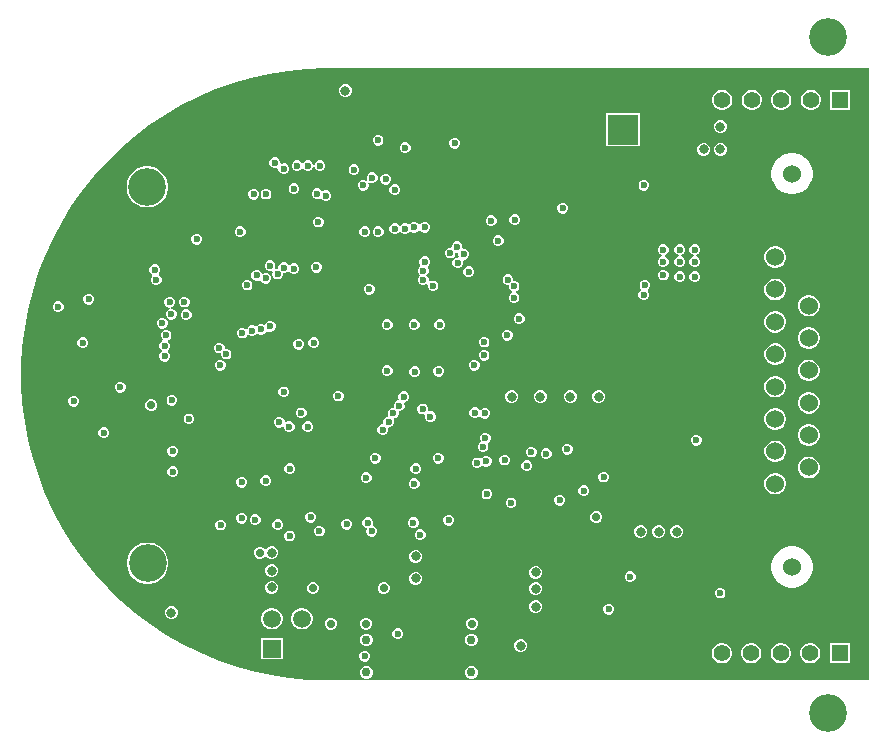
<source format=gbr>
G04*
G04 #@! TF.GenerationSoftware,Altium Limited,Altium Designer,25.1.2 (22)*
G04*
G04 Layer_Physical_Order=2*
G04 Layer_Color=36540*
%FSLAX25Y25*%
%MOIN*%
G70*
G04*
G04 #@! TF.SameCoordinates,B1411C34-087D-4BAB-B9BA-D0973F51CA7B*
G04*
G04*
G04 #@! TF.FilePolarity,Positive*
G04*
G01*
G75*
%ADD33C,0.12598*%
%ADD34R,0.09843X0.09843*%
%ADD35C,0.09843*%
%ADD37R,0.05512X0.05512*%
%ADD38C,0.05512*%
%ADD39C,0.05984*%
%ADD40R,0.05984X0.05984*%
%ADD41C,0.02953*%
%ADD42C,0.03150*%
%ADD43C,0.02800*%
%ADD44C,0.02362*%
%ADD49C,0.06000*%
G36*
X480500Y478500D02*
X480500Y478500D01*
X658500D01*
Y274514D01*
X481000D01*
X477865Y274421D01*
X471596Y274622D01*
X465352Y275208D01*
X459155Y276176D01*
X453029Y277522D01*
X446998Y279243D01*
X441083Y281330D01*
X435309Y283777D01*
X429695Y286574D01*
X424263Y289710D01*
X419035Y293174D01*
X414029Y296953D01*
X409264Y301032D01*
X404759Y305396D01*
X400531Y310028D01*
X396595Y314911D01*
X392966Y320026D01*
X389658Y325355D01*
X386684Y330877D01*
X384054Y336571D01*
X381780Y342416D01*
X379868Y348390D01*
X378327Y354469D01*
X377162Y360632D01*
X376378Y366855D01*
X375977Y373114D01*
X375962Y379386D01*
X376332Y385647D01*
X377085Y391874D01*
X378220Y398042D01*
X379731Y404129D01*
X381614Y410112D01*
X383860Y415968D01*
X386461Y421675D01*
X389409Y427211D01*
X392690Y432556D01*
X396294Y437690D01*
X400206Y442592D01*
X404412Y447245D01*
X408895Y451631D01*
X413640Y455733D01*
X418627Y459536D01*
X423839Y463025D01*
X429255Y466188D01*
X434855Y469012D01*
X440618Y471488D01*
X446522Y473604D01*
X452545Y475354D01*
X458664Y476731D01*
X464856Y477729D01*
X471097Y478345D01*
X477365Y478577D01*
X480500Y478500D01*
D02*
G37*
%LPC*%
G36*
X484431Y473165D02*
X483569D01*
X482773Y472836D01*
X482164Y472227D01*
X481835Y471431D01*
Y470569D01*
X482164Y469773D01*
X482773Y469164D01*
X483569Y468835D01*
X484431D01*
X485227Y469164D01*
X485836Y469773D01*
X486165Y470569D01*
Y471431D01*
X485836Y472227D01*
X485227Y472836D01*
X484431Y473165D01*
D02*
G37*
G36*
X652347Y471347D02*
X645653D01*
Y464653D01*
X652347D01*
Y471347D01*
D02*
G37*
G36*
X639598D02*
X638717D01*
X637866Y471118D01*
X637103Y470678D01*
X636480Y470055D01*
X636039Y469292D01*
X635811Y468441D01*
Y467559D01*
X636039Y466708D01*
X636480Y465945D01*
X637103Y465322D01*
X637866Y464882D01*
X638717Y464653D01*
X639598D01*
X640449Y464882D01*
X641212Y465322D01*
X641835Y465945D01*
X642276Y466708D01*
X642504Y467559D01*
Y468441D01*
X642276Y469292D01*
X641835Y470055D01*
X641212Y470678D01*
X640449Y471118D01*
X639598Y471347D01*
D02*
G37*
G36*
X629755D02*
X628874D01*
X628023Y471118D01*
X627260Y470678D01*
X626637Y470055D01*
X626197Y469292D01*
X625969Y468441D01*
Y467559D01*
X626197Y466708D01*
X626637Y465945D01*
X627260Y465322D01*
X628023Y464882D01*
X628874Y464653D01*
X629755D01*
X630607Y464882D01*
X631370Y465322D01*
X631993Y465945D01*
X632433Y466708D01*
X632661Y467559D01*
Y468441D01*
X632433Y469292D01*
X631993Y470055D01*
X631370Y470678D01*
X630607Y471118D01*
X629755Y471347D01*
D02*
G37*
G36*
X619913D02*
X619032D01*
X618181Y471118D01*
X617418Y470678D01*
X616795Y470055D01*
X616354Y469292D01*
X616126Y468441D01*
Y467559D01*
X616354Y466708D01*
X616795Y465945D01*
X617418Y465322D01*
X618181Y464882D01*
X619032Y464653D01*
X619913D01*
X620764Y464882D01*
X621527Y465322D01*
X622150Y465945D01*
X622591Y466708D01*
X622819Y467559D01*
Y468441D01*
X622591Y469292D01*
X622150Y470055D01*
X621527Y470678D01*
X620764Y471118D01*
X619913Y471347D01*
D02*
G37*
G36*
X610071D02*
X609189D01*
X608338Y471118D01*
X607575Y470678D01*
X606952Y470055D01*
X606511Y469292D01*
X606284Y468441D01*
Y467559D01*
X606511Y466708D01*
X606952Y465945D01*
X607575Y465322D01*
X608338Y464882D01*
X609189Y464653D01*
X610071D01*
X610922Y464882D01*
X611685Y465322D01*
X612308Y465945D01*
X612748Y466708D01*
X612976Y467559D01*
Y468441D01*
X612748Y469292D01*
X612308Y470055D01*
X611685Y470678D01*
X610922Y471118D01*
X610071Y471347D01*
D02*
G37*
G36*
X609431Y461165D02*
X608569D01*
X607773Y460836D01*
X607164Y460227D01*
X606835Y459431D01*
Y458569D01*
X607164Y457773D01*
X607773Y457164D01*
X608569Y456835D01*
X609431D01*
X610227Y457164D01*
X610836Y457773D01*
X611165Y458569D01*
Y459431D01*
X610836Y460227D01*
X610227Y460836D01*
X609431Y461165D01*
D02*
G37*
G36*
X495252Y456272D02*
X494548D01*
X493896Y456002D01*
X493398Y455504D01*
X493128Y454852D01*
Y454148D01*
X493398Y453496D01*
X493896Y452998D01*
X494548Y452728D01*
X495252D01*
X495904Y452998D01*
X496402Y453496D01*
X496672Y454148D01*
Y454852D01*
X496402Y455504D01*
X495904Y456002D01*
X495252Y456272D01*
D02*
G37*
G36*
X582075Y463517D02*
X571051D01*
Y452493D01*
X582075D01*
Y463517D01*
D02*
G37*
G36*
X520824Y455244D02*
X520119D01*
X519468Y454974D01*
X518970Y454475D01*
X518700Y453824D01*
Y453120D01*
X518970Y452468D01*
X519468Y451970D01*
X520119Y451700D01*
X520824D01*
X521476Y451970D01*
X521974Y452468D01*
X522244Y453120D01*
Y453824D01*
X521974Y454475D01*
X521476Y454974D01*
X520824Y455244D01*
D02*
G37*
G36*
X504352Y453772D02*
X503648D01*
X502996Y453502D01*
X502498Y453004D01*
X502228Y452352D01*
Y451648D01*
X502498Y450996D01*
X502996Y450498D01*
X503648Y450228D01*
X504352D01*
X505004Y450498D01*
X505502Y450996D01*
X505772Y451648D01*
Y452352D01*
X505502Y453004D01*
X505004Y453502D01*
X504352Y453772D01*
D02*
G37*
G36*
X609431Y453665D02*
X608569D01*
X607773Y453336D01*
X607164Y452727D01*
X606835Y451931D01*
Y451069D01*
X607164Y450273D01*
X607773Y449664D01*
X608569Y449335D01*
X609431D01*
X610227Y449664D01*
X610836Y450273D01*
X611165Y451069D01*
Y451931D01*
X610836Y452727D01*
X610227Y453336D01*
X609431Y453665D01*
D02*
G37*
G36*
X603931D02*
X603069D01*
X602273Y453336D01*
X601664Y452727D01*
X601335Y451931D01*
Y451069D01*
X601664Y450273D01*
X602273Y449664D01*
X603069Y449335D01*
X603931D01*
X604727Y449664D01*
X605336Y450273D01*
X605665Y451069D01*
Y451931D01*
X605336Y452727D01*
X604727Y453336D01*
X603931Y453665D01*
D02*
G37*
G36*
X475852Y447772D02*
X475148D01*
X474496Y447502D01*
X473998Y447004D01*
X473750Y446405D01*
X473500Y446377D01*
X473250Y446405D01*
X473002Y447004D01*
X472504Y447502D01*
X471852Y447772D01*
X471148D01*
X470496Y447502D01*
X470030Y447035D01*
X469750Y447018D01*
X469470Y447035D01*
X469004Y447502D01*
X468352Y447772D01*
X467648D01*
X466996Y447502D01*
X466498Y447004D01*
X466228Y446352D01*
Y445648D01*
X466498Y444996D01*
X466996Y444498D01*
X467648Y444228D01*
X468352D01*
X469004Y444498D01*
X469470Y444965D01*
X469750Y444981D01*
X470030Y444965D01*
X470496Y444498D01*
X471148Y444228D01*
X471852D01*
X472504Y444498D01*
X473002Y444996D01*
X473250Y445595D01*
X473500Y445623D01*
X473750Y445595D01*
X473998Y444996D01*
X474496Y444498D01*
X475148Y444228D01*
X475852D01*
X476504Y444498D01*
X477002Y444996D01*
X477272Y445648D01*
Y446352D01*
X477002Y447004D01*
X476504Y447502D01*
X475852Y447772D01*
D02*
G37*
G36*
X460852Y448772D02*
X460148D01*
X459496Y448502D01*
X458998Y448004D01*
X458728Y447352D01*
Y446648D01*
X458998Y445996D01*
X459496Y445498D01*
X460148Y445228D01*
X460852D01*
X461244Y445391D01*
X461728Y445070D01*
Y444648D01*
X461998Y443996D01*
X462496Y443498D01*
X463148Y443228D01*
X463852D01*
X464504Y443498D01*
X465002Y443996D01*
X465272Y444648D01*
Y445352D01*
X465002Y446004D01*
X464504Y446502D01*
X463852Y446772D01*
X463148D01*
X462756Y446609D01*
X462272Y446930D01*
Y447352D01*
X462002Y448004D01*
X461504Y448502D01*
X460852Y448772D01*
D02*
G37*
G36*
X487199Y446482D02*
X486494D01*
X485843Y446212D01*
X485345Y445714D01*
X485075Y445062D01*
Y444358D01*
X485345Y443706D01*
X485843Y443208D01*
X486494Y442938D01*
X487199D01*
X487850Y443208D01*
X488348Y443706D01*
X488618Y444358D01*
Y445062D01*
X488348Y445714D01*
X487850Y446212D01*
X487199Y446482D01*
D02*
G37*
G36*
X493352Y443772D02*
X492648D01*
X491996Y443502D01*
X491498Y443004D01*
X491228Y442352D01*
Y441648D01*
X491348Y441359D01*
X491129Y441132D01*
X490944Y441026D01*
X490352Y441272D01*
X489648D01*
X488996Y441002D01*
X488498Y440504D01*
X488228Y439852D01*
Y439148D01*
X488498Y438496D01*
X488996Y437998D01*
X489648Y437728D01*
X490352D01*
X491004Y437998D01*
X491502Y438496D01*
X491772Y439148D01*
Y439852D01*
X491652Y440141D01*
X491871Y440368D01*
X492056Y440474D01*
X492648Y440228D01*
X493352D01*
X494004Y440498D01*
X494502Y440996D01*
X494772Y441648D01*
Y442352D01*
X494502Y443004D01*
X494004Y443502D01*
X493352Y443772D01*
D02*
G37*
G36*
X497852Y443272D02*
X497148D01*
X496496Y443002D01*
X495998Y442504D01*
X495728Y441852D01*
Y441148D01*
X495998Y440496D01*
X496496Y439998D01*
X497148Y439728D01*
X497852D01*
X498504Y439998D01*
X499002Y440496D01*
X499272Y441148D01*
Y441852D01*
X499002Y442504D01*
X498504Y443002D01*
X497852Y443272D01*
D02*
G37*
G36*
X583892Y441232D02*
X583187D01*
X582536Y440963D01*
X582037Y440464D01*
X581768Y439813D01*
Y439108D01*
X582037Y438457D01*
X582536Y437959D01*
X583187Y437689D01*
X583892D01*
X584543Y437959D01*
X585041Y438457D01*
X585311Y439108D01*
Y439813D01*
X585041Y440464D01*
X584543Y440963D01*
X583892Y441232D01*
D02*
G37*
G36*
X467227Y440111D02*
X466522D01*
X465871Y439841D01*
X465372Y439343D01*
X465102Y438692D01*
Y437987D01*
X465372Y437336D01*
X465871Y436837D01*
X466522Y436568D01*
X467227D01*
X467878Y436837D01*
X468376Y437336D01*
X468646Y437987D01*
Y438692D01*
X468376Y439343D01*
X467878Y439841D01*
X467227Y440111D01*
D02*
G37*
G36*
X633588Y450269D02*
X632231D01*
X630899Y450004D01*
X629646Y449484D01*
X628517Y448730D01*
X627557Y447770D01*
X626803Y446642D01*
X626284Y445388D01*
X626019Y444057D01*
Y442699D01*
X626284Y441368D01*
X626803Y440114D01*
X627557Y438985D01*
X628517Y438026D01*
X629646Y437272D01*
X630899Y436752D01*
X632231Y436487D01*
X633588D01*
X634919Y436752D01*
X636173Y437272D01*
X637302Y438026D01*
X638262Y438985D01*
X639016Y440114D01*
X639535Y441368D01*
X639800Y442699D01*
Y444057D01*
X639535Y445388D01*
X639016Y446642D01*
X638262Y447770D01*
X637302Y448730D01*
X636173Y449484D01*
X634919Y450004D01*
X633588Y450269D01*
D02*
G37*
G36*
X500852Y439772D02*
X500148D01*
X499496Y439502D01*
X498998Y439004D01*
X498728Y438352D01*
Y437648D01*
X498998Y436996D01*
X499496Y436498D01*
X500148Y436228D01*
X500852D01*
X501504Y436498D01*
X502002Y436996D01*
X502272Y437648D01*
Y438352D01*
X502002Y439004D01*
X501504Y439502D01*
X500852Y439772D01*
D02*
G37*
G36*
X457916Y438337D02*
X457212D01*
X456561Y438067D01*
X456062Y437569D01*
X455792Y436918D01*
Y436213D01*
X456062Y435562D01*
X456561Y435064D01*
X457212Y434794D01*
X457916D01*
X458568Y435064D01*
X459066Y435562D01*
X459336Y436213D01*
Y436918D01*
X459066Y437569D01*
X458568Y438067D01*
X457916Y438337D01*
D02*
G37*
G36*
X453852Y438272D02*
X453148D01*
X452496Y438002D01*
X451998Y437504D01*
X451728Y436852D01*
Y436148D01*
X451998Y435496D01*
X452496Y434998D01*
X453148Y434728D01*
X453852D01*
X454504Y434998D01*
X455002Y435496D01*
X455272Y436148D01*
Y436852D01*
X455002Y437504D01*
X454504Y438002D01*
X453852Y438272D01*
D02*
G37*
G36*
X474992Y438457D02*
X474288D01*
X473636Y438187D01*
X473138Y437689D01*
X472868Y437037D01*
Y436333D01*
X473138Y435681D01*
X473636Y435183D01*
X474288Y434913D01*
X474992D01*
X475495Y435122D01*
X476010Y434994D01*
X476508Y434495D01*
X477159Y434226D01*
X477864D01*
X478515Y434495D01*
X479013Y434994D01*
X479283Y435645D01*
Y436350D01*
X479013Y437001D01*
X478515Y437499D01*
X477864Y437769D01*
X477159D01*
X476657Y437561D01*
X476142Y437689D01*
X475644Y438187D01*
X474992Y438457D01*
D02*
G37*
G36*
X418679Y445890D02*
X417321D01*
X415990Y445625D01*
X414737Y445106D01*
X413608Y444352D01*
X412648Y443392D01*
X411894Y442264D01*
X411375Y441010D01*
X411110Y439679D01*
Y438321D01*
X411375Y436990D01*
X411894Y435737D01*
X412648Y434608D01*
X413608Y433648D01*
X414737Y432894D01*
X415990Y432375D01*
X417321Y432110D01*
X418679D01*
X420010Y432375D01*
X421264Y432894D01*
X422392Y433648D01*
X423352Y434608D01*
X424106Y435737D01*
X424625Y436990D01*
X424890Y438321D01*
Y439679D01*
X424625Y441010D01*
X424106Y442264D01*
X423352Y443392D01*
X422392Y444352D01*
X421264Y445106D01*
X420010Y445625D01*
X418679Y445890D01*
D02*
G37*
G36*
X556852Y433587D02*
X556148D01*
X555496Y433318D01*
X554998Y432819D01*
X554728Y432168D01*
Y431463D01*
X554998Y430812D01*
X555496Y430314D01*
X556148Y430044D01*
X556852D01*
X557504Y430314D01*
X558002Y430812D01*
X558272Y431463D01*
Y432168D01*
X558002Y432819D01*
X557504Y433318D01*
X556852Y433587D01*
D02*
G37*
G36*
X510852Y427272D02*
X510148D01*
X509496Y427002D01*
X509030Y426535D01*
X508750Y426518D01*
X508470Y426535D01*
X508004Y427002D01*
X507352Y427272D01*
X506648D01*
X505996Y427002D01*
X505498Y426504D01*
X505278Y426460D01*
X504963Y426519D01*
X504352Y426772D01*
X503648D01*
X502996Y426502D01*
X502530Y426035D01*
X502250Y426018D01*
X501970Y426035D01*
X501504Y426502D01*
X500852Y426772D01*
X500148D01*
X499496Y426502D01*
X498998Y426004D01*
X498728Y425352D01*
Y424648D01*
X498998Y423996D01*
X499496Y423498D01*
X500148Y423228D01*
X500852D01*
X501504Y423498D01*
X501970Y423965D01*
X502250Y423982D01*
X502530Y423965D01*
X502996Y423498D01*
X503648Y423228D01*
X504352D01*
X505004Y423498D01*
X505502Y423996D01*
X505722Y424040D01*
X506037Y423981D01*
X506648Y423728D01*
X507352D01*
X508004Y423998D01*
X508470Y424465D01*
X508750Y424481D01*
X509030Y424465D01*
X509496Y423998D01*
X510148Y423728D01*
X510852D01*
X511504Y423998D01*
X512002Y424496D01*
X512272Y425148D01*
Y425852D01*
X512002Y426504D01*
X511504Y427002D01*
X510852Y427272D01*
D02*
G37*
G36*
X540852Y429772D02*
X540148D01*
X539496Y429502D01*
X538998Y429004D01*
X538728Y428352D01*
Y427648D01*
X538998Y426996D01*
X539496Y426498D01*
X540148Y426228D01*
X540852D01*
X541504Y426498D01*
X542002Y426996D01*
X542272Y427648D01*
Y428352D01*
X542002Y429004D01*
X541504Y429502D01*
X540852Y429772D01*
D02*
G37*
G36*
X532999Y429418D02*
X532294D01*
X531643Y429148D01*
X531145Y428650D01*
X530875Y427999D01*
Y427294D01*
X531145Y426643D01*
X531643Y426145D01*
X532294Y425875D01*
X532999D01*
X533650Y426145D01*
X534148Y426643D01*
X534418Y427294D01*
Y427999D01*
X534148Y428650D01*
X533650Y429148D01*
X532999Y429418D01*
D02*
G37*
G36*
X475388Y429008D02*
X474683D01*
X474032Y428738D01*
X473533Y428240D01*
X473264Y427589D01*
Y426884D01*
X473533Y426233D01*
X474032Y425734D01*
X474683Y425465D01*
X475388D01*
X476039Y425734D01*
X476537Y426233D01*
X476807Y426884D01*
Y427589D01*
X476537Y428240D01*
X476039Y428738D01*
X475388Y429008D01*
D02*
G37*
G36*
X495352Y425772D02*
X494648D01*
X493996Y425502D01*
X493498Y425004D01*
X493228Y424352D01*
Y423648D01*
X493498Y422996D01*
X493996Y422498D01*
X494648Y422228D01*
X495352D01*
X496004Y422498D01*
X496502Y422996D01*
X496772Y423648D01*
Y424352D01*
X496502Y425004D01*
X496004Y425502D01*
X495352Y425772D01*
D02*
G37*
G36*
X490852D02*
X490148D01*
X489496Y425502D01*
X488998Y425004D01*
X488728Y424352D01*
Y423648D01*
X488998Y422996D01*
X489496Y422498D01*
X490148Y422228D01*
X490852D01*
X491504Y422498D01*
X492002Y422996D01*
X492272Y423648D01*
Y424352D01*
X492002Y425004D01*
X491504Y425502D01*
X490852Y425772D01*
D02*
G37*
G36*
X449352D02*
X448648D01*
X447996Y425502D01*
X447498Y425004D01*
X447228Y424352D01*
Y423648D01*
X447498Y422996D01*
X447996Y422498D01*
X448648Y422228D01*
X449352D01*
X450004Y422498D01*
X450502Y422996D01*
X450772Y423648D01*
Y424352D01*
X450502Y425004D01*
X450004Y425502D01*
X449352Y425772D01*
D02*
G37*
G36*
X434852Y423272D02*
X434148D01*
X433496Y423002D01*
X432998Y422504D01*
X432728Y421852D01*
Y421148D01*
X432998Y420496D01*
X433496Y419998D01*
X434148Y419728D01*
X434852D01*
X435504Y419998D01*
X436002Y420496D01*
X436272Y421148D01*
Y421852D01*
X436002Y422504D01*
X435504Y423002D01*
X434852Y423272D01*
D02*
G37*
G36*
X535352Y422772D02*
X534648D01*
X533996Y422502D01*
X533498Y422004D01*
X533228Y421352D01*
Y420648D01*
X533498Y419996D01*
X533996Y419498D01*
X534648Y419228D01*
X535352D01*
X536004Y419498D01*
X536502Y419996D01*
X536772Y420648D01*
Y421352D01*
X536502Y422004D01*
X536004Y422502D01*
X535352Y422772D01*
D02*
G37*
G36*
X600852Y419772D02*
X600148D01*
X599496Y419502D01*
X598998Y419004D01*
X598728Y418352D01*
Y417648D01*
X598998Y416996D01*
X599496Y416498D01*
X600095Y416250D01*
X600123Y416000D01*
X600095Y415750D01*
X599496Y415502D01*
X598998Y415004D01*
X598728Y414352D01*
Y413648D01*
X598998Y412996D01*
X599496Y412498D01*
X600148Y412228D01*
X600852D01*
X601504Y412498D01*
X602002Y412996D01*
X602272Y413648D01*
Y414352D01*
X602002Y415004D01*
X601504Y415502D01*
X600905Y415750D01*
X600877Y416000D01*
X600905Y416250D01*
X601504Y416498D01*
X602002Y416996D01*
X602272Y417648D01*
Y418352D01*
X602002Y419004D01*
X601504Y419502D01*
X600852Y419772D01*
D02*
G37*
G36*
X595852D02*
X595148D01*
X594496Y419502D01*
X593998Y419004D01*
X593728Y418352D01*
Y417648D01*
X593998Y416996D01*
X594496Y416498D01*
X595095Y416250D01*
X595123Y416000D01*
X595095Y415750D01*
X594496Y415502D01*
X593998Y415004D01*
X593728Y414352D01*
Y413648D01*
X593998Y412996D01*
X594496Y412498D01*
X595148Y412228D01*
X595852D01*
X596504Y412498D01*
X597002Y412996D01*
X597272Y413648D01*
Y414352D01*
X597002Y415004D01*
X596504Y415502D01*
X595905Y415750D01*
X595877Y416000D01*
X595905Y416250D01*
X596504Y416498D01*
X597002Y416996D01*
X597272Y417648D01*
Y418352D01*
X597002Y419004D01*
X596504Y419502D01*
X595852Y419772D01*
D02*
G37*
G36*
X590352D02*
X589648D01*
X588996Y419502D01*
X588498Y419004D01*
X588228Y418352D01*
Y417648D01*
X588498Y416996D01*
X588996Y416498D01*
X589595Y416250D01*
X589623Y416000D01*
X589595Y415750D01*
X588996Y415502D01*
X588498Y415004D01*
X588228Y414352D01*
Y413648D01*
X588498Y412996D01*
X588996Y412498D01*
X589648Y412228D01*
X590352D01*
X591004Y412498D01*
X591502Y412996D01*
X591772Y413648D01*
Y414352D01*
X591502Y415004D01*
X591004Y415502D01*
X590405Y415750D01*
X590377Y416000D01*
X590405Y416250D01*
X591004Y416498D01*
X591502Y416996D01*
X591772Y417648D01*
Y418352D01*
X591502Y419004D01*
X591004Y419502D01*
X590352Y419772D01*
D02*
G37*
G36*
X627792Y419134D02*
X626846D01*
X625933Y418889D01*
X625114Y418416D01*
X624446Y417748D01*
X623973Y416929D01*
X623728Y416016D01*
Y415071D01*
X623973Y414157D01*
X624446Y413339D01*
X625114Y412670D01*
X625933Y412197D01*
X626846Y411953D01*
X627792D01*
X628705Y412197D01*
X629524Y412670D01*
X630192Y413339D01*
X630665Y414157D01*
X630909Y415071D01*
Y416016D01*
X630665Y416929D01*
X630192Y417748D01*
X629524Y418416D01*
X628705Y418889D01*
X627792Y419134D01*
D02*
G37*
G36*
X521604Y420772D02*
X520899D01*
X520248Y420502D01*
X519750Y420004D01*
X519480Y419352D01*
Y419086D01*
X519263Y418642D01*
X519018Y418636D01*
X518555D01*
X517904Y418366D01*
X517406Y417868D01*
X517136Y417217D01*
Y416512D01*
X517406Y415861D01*
X517904Y415362D01*
X518555Y415093D01*
X519260D01*
X519911Y415362D01*
X520409Y415861D01*
X520679Y416512D01*
Y416779D01*
X520868Y417164D01*
X521359Y417213D01*
X521697Y416883D01*
X521728Y416766D01*
Y416148D01*
X521846Y415863D01*
X521512Y415363D01*
X521148D01*
X520496Y415094D01*
X519998Y414595D01*
X519728Y413944D01*
Y413239D01*
X519998Y412588D01*
X520496Y412090D01*
X521148Y411820D01*
X521852D01*
X522504Y412090D01*
X523002Y412588D01*
X523272Y413239D01*
Y413944D01*
X523154Y414228D01*
X523488Y414728D01*
X523852D01*
X524504Y414998D01*
X525002Y415496D01*
X525272Y416148D01*
Y416852D01*
X525002Y417504D01*
X524504Y418002D01*
X523852Y418272D01*
X523409D01*
X523055Y418617D01*
X523024Y418734D01*
Y419352D01*
X522754Y420004D01*
X522256Y420502D01*
X521604Y420772D01*
D02*
G37*
G36*
X474747Y413877D02*
X474042D01*
X473391Y413608D01*
X472892Y413109D01*
X472623Y412458D01*
Y411753D01*
X472892Y411102D01*
X473391Y410604D01*
X474042Y410334D01*
X474747D01*
X475398Y410604D01*
X475896Y411102D01*
X476166Y411753D01*
Y412458D01*
X475896Y413109D01*
X475398Y413608D01*
X474747Y413877D01*
D02*
G37*
G36*
X459309Y414476D02*
X458604D01*
X457953Y414207D01*
X457455Y413708D01*
X457185Y413057D01*
Y412352D01*
X457455Y411701D01*
X457953Y411203D01*
X458604Y410933D01*
X459309D01*
X459390Y410967D01*
X459773Y410584D01*
X459640Y410264D01*
Y409560D01*
X459910Y408909D01*
X460408Y408410D01*
X461060Y408140D01*
X461764D01*
X462416Y408410D01*
X462914Y408909D01*
X463184Y409560D01*
Y410228D01*
X463852D01*
X464504Y410498D01*
X464734Y410729D01*
X465299Y410673D01*
X465797Y410174D01*
X466448Y409904D01*
X467153D01*
X467804Y410174D01*
X468303Y410673D01*
X468572Y411324D01*
Y412029D01*
X468303Y412680D01*
X467804Y413178D01*
X467153Y413448D01*
X466448D01*
X465797Y413178D01*
X465566Y412947D01*
X465002Y413004D01*
X464504Y413502D01*
X463852Y413772D01*
X463148D01*
X462496Y413502D01*
X461998Y413004D01*
X461728Y412352D01*
Y411684D01*
X461060D01*
X460979Y411650D01*
X460596Y412033D01*
X460728Y412352D01*
Y413057D01*
X460459Y413708D01*
X459960Y414207D01*
X459309Y414476D01*
D02*
G37*
G36*
X525427Y412513D02*
X524722D01*
X524071Y412243D01*
X523573Y411745D01*
X523303Y411094D01*
Y410389D01*
X523573Y409738D01*
X524071Y409239D01*
X524722Y408969D01*
X525427D01*
X526078Y409239D01*
X526577Y409738D01*
X526846Y410389D01*
Y411094D01*
X526577Y411745D01*
X526078Y412243D01*
X525427Y412513D01*
D02*
G37*
G36*
X590352Y411293D02*
X589648D01*
X588996Y411024D01*
X588498Y410525D01*
X588228Y409874D01*
Y409169D01*
X588498Y408518D01*
X588996Y408020D01*
X589648Y407750D01*
X590352D01*
X591004Y408020D01*
X591502Y408518D01*
X591772Y409169D01*
Y409874D01*
X591502Y410525D01*
X591004Y411024D01*
X590352Y411293D01*
D02*
G37*
G36*
X600852Y410772D02*
X600148D01*
X599496Y410502D01*
X598998Y410004D01*
X598728Y409352D01*
Y408648D01*
X598998Y407996D01*
X599496Y407498D01*
X600148Y407228D01*
X600852D01*
X601504Y407498D01*
X602002Y407996D01*
X602272Y408648D01*
Y409352D01*
X602002Y410004D01*
X601504Y410502D01*
X600852Y410772D01*
D02*
G37*
G36*
X595852D02*
X595148D01*
X594496Y410502D01*
X593998Y410004D01*
X593728Y409352D01*
Y408648D01*
X593998Y407996D01*
X594496Y407498D01*
X595148Y407228D01*
X595852D01*
X596504Y407498D01*
X597002Y407996D01*
X597272Y408648D01*
Y409352D01*
X597002Y410004D01*
X596504Y410502D01*
X595852Y410772D01*
D02*
G37*
G36*
X454852Y411200D02*
X454148D01*
X453496Y410930D01*
X452998Y410432D01*
X452728Y409781D01*
Y409076D01*
X452998Y408425D01*
X453496Y407927D01*
X454148Y407657D01*
X454852D01*
X455347Y407862D01*
X455504Y407927D01*
X455934Y407650D01*
X455998Y407496D01*
X456496Y406998D01*
X457148Y406728D01*
X457852D01*
X458504Y406998D01*
X459002Y407496D01*
X459272Y408148D01*
Y408852D01*
X459002Y409504D01*
X458504Y410002D01*
X457852Y410272D01*
X457148D01*
X456653Y410067D01*
X456496Y410002D01*
X456066Y410278D01*
X456002Y410432D01*
X455504Y410930D01*
X454852Y411200D01*
D02*
G37*
G36*
X420852Y413087D02*
X420148D01*
X419496Y412818D01*
X418998Y412319D01*
X418728Y411668D01*
Y410963D01*
X418998Y410312D01*
X419496Y409814D01*
X419570Y409783D01*
X419688Y409193D01*
X419498Y409004D01*
X419228Y408352D01*
Y407648D01*
X419498Y406996D01*
X419996Y406498D01*
X420648Y406228D01*
X421352D01*
X422004Y406498D01*
X422502Y406996D01*
X422772Y407648D01*
Y408352D01*
X422502Y409004D01*
X422004Y409502D01*
X421930Y409533D01*
X421812Y410122D01*
X422002Y410312D01*
X422272Y410963D01*
Y411668D01*
X422002Y412319D01*
X421504Y412818D01*
X420852Y413087D01*
D02*
G37*
G36*
X451637Y407990D02*
X450932D01*
X450281Y407721D01*
X449783Y407222D01*
X449513Y406571D01*
Y405866D01*
X449783Y405215D01*
X450281Y404717D01*
X450932Y404447D01*
X451637D01*
X452288Y404717D01*
X452787Y405215D01*
X453056Y405866D01*
Y406571D01*
X452787Y407222D01*
X452288Y407721D01*
X451637Y407990D01*
D02*
G37*
G36*
X510852Y415772D02*
X510148D01*
X509496Y415502D01*
X508998Y415004D01*
X508728Y414352D01*
Y413648D01*
X508981Y413037D01*
X509040Y412722D01*
X508996Y412502D01*
X508498Y412004D01*
X508228Y411352D01*
Y410648D01*
X508498Y409996D01*
X508994Y409500D01*
X508498Y409004D01*
X508228Y408352D01*
Y407648D01*
X508498Y406996D01*
X508996Y406498D01*
X509648Y406228D01*
X510352D01*
X511004Y406498D01*
X511052Y406546D01*
X511432Y406330D01*
X511490Y406277D01*
Y405593D01*
X511760Y404942D01*
X512258Y404443D01*
X512909Y404174D01*
X513614D01*
X514265Y404443D01*
X514763Y404942D01*
X515033Y405593D01*
Y406298D01*
X514763Y406949D01*
X514265Y407447D01*
X513614Y407717D01*
X512909D01*
X512258Y407447D01*
X512210Y407399D01*
X511829Y407615D01*
X511772Y407668D01*
Y408352D01*
X511502Y409004D01*
X511005Y409500D01*
X511502Y409996D01*
X511772Y410648D01*
Y411352D01*
X511519Y411963D01*
X511460Y412278D01*
X511504Y412498D01*
X512002Y412996D01*
X512272Y413648D01*
Y414352D01*
X512002Y415004D01*
X511504Y415502D01*
X510852Y415772D01*
D02*
G37*
G36*
X492352Y406587D02*
X491648D01*
X490996Y406318D01*
X490498Y405819D01*
X490228Y405168D01*
Y404463D01*
X490498Y403812D01*
X490996Y403314D01*
X491648Y403044D01*
X492352D01*
X493004Y403314D01*
X493502Y403812D01*
X493772Y404463D01*
Y405168D01*
X493502Y405819D01*
X493004Y406318D01*
X492352Y406587D01*
D02*
G37*
G36*
X584230Y407960D02*
X583525D01*
X582874Y407690D01*
X582376Y407192D01*
X582106Y406541D01*
Y405836D01*
X582376Y405185D01*
X582511Y405049D01*
X582496Y404502D01*
X581998Y404004D01*
X581728Y403352D01*
Y402648D01*
X581998Y401996D01*
X582496Y401498D01*
X583148Y401228D01*
X583852D01*
X584504Y401498D01*
X585002Y401996D01*
X585272Y402648D01*
Y403352D01*
X585002Y404004D01*
X584866Y404139D01*
X584881Y404686D01*
X585380Y405185D01*
X585649Y405836D01*
Y406541D01*
X585380Y407192D01*
X584881Y407690D01*
X584230Y407960D01*
D02*
G37*
G36*
X627792Y408347D02*
X626846D01*
X625933Y408102D01*
X625114Y407629D01*
X624446Y406961D01*
X623973Y406142D01*
X623728Y405229D01*
Y404283D01*
X623973Y403370D01*
X624446Y402551D01*
X625114Y401883D01*
X625933Y401410D01*
X626846Y401165D01*
X627792D01*
X628705Y401410D01*
X629524Y401883D01*
X630192Y402551D01*
X630665Y403370D01*
X630909Y404283D01*
Y405229D01*
X630665Y406142D01*
X630192Y406961D01*
X629524Y407629D01*
X628705Y408102D01*
X627792Y408347D01*
D02*
G37*
G36*
X538577Y409772D02*
X537872D01*
X537221Y409502D01*
X536723Y409004D01*
X536453Y408352D01*
Y407648D01*
X536723Y406996D01*
X537221Y406498D01*
X537872Y406228D01*
X538420D01*
X538500Y406109D01*
Y405404D01*
X538770Y404753D01*
X539268Y404255D01*
X539524Y404149D01*
Y403608D01*
X539268Y403502D01*
X538770Y403004D01*
X538500Y402352D01*
Y401648D01*
X538770Y400996D01*
X539268Y400498D01*
X539919Y400228D01*
X540624D01*
X541275Y400498D01*
X541774Y400996D01*
X542043Y401648D01*
Y402352D01*
X541774Y403004D01*
X541275Y403502D01*
X541020Y403608D01*
Y404149D01*
X541275Y404255D01*
X541774Y404753D01*
X542043Y405404D01*
Y406109D01*
X541774Y406760D01*
X541275Y407259D01*
X540624Y407528D01*
X540076D01*
X539996Y407648D01*
Y408352D01*
X539726Y409004D01*
X539228Y409502D01*
X538577Y409772D01*
D02*
G37*
G36*
X398852Y403272D02*
X398148D01*
X397496Y403002D01*
X396998Y402504D01*
X396728Y401852D01*
Y401148D01*
X396998Y400496D01*
X397496Y399998D01*
X398148Y399728D01*
X398852D01*
X399504Y399998D01*
X400002Y400496D01*
X400272Y401148D01*
Y401852D01*
X400002Y402504D01*
X399504Y403002D01*
X398852Y403272D01*
D02*
G37*
G36*
X430713Y402345D02*
X430009D01*
X429357Y402075D01*
X428859Y401577D01*
X428589Y400926D01*
Y400221D01*
X428859Y399570D01*
X429357Y399071D01*
X430009Y398802D01*
X430713D01*
X431365Y399071D01*
X431863Y399570D01*
X432133Y400221D01*
Y400926D01*
X431863Y401577D01*
X431365Y402075D01*
X430713Y402345D01*
D02*
G37*
G36*
X388703Y400804D02*
X387998D01*
X387347Y400534D01*
X386849Y400036D01*
X386579Y399385D01*
Y398680D01*
X386849Y398029D01*
X387347Y397530D01*
X387998Y397261D01*
X388703D01*
X389354Y397530D01*
X389852Y398029D01*
X390122Y398680D01*
Y399385D01*
X389852Y400036D01*
X389354Y400534D01*
X388703Y400804D01*
D02*
G37*
G36*
X638973Y402953D02*
X638027D01*
X637114Y402708D01*
X636295Y402235D01*
X635627Y401567D01*
X635154Y400748D01*
X634909Y399835D01*
Y398889D01*
X635154Y397976D01*
X635627Y397158D01*
X636295Y396489D01*
X637114Y396016D01*
X638027Y395772D01*
X638973D01*
X639886Y396016D01*
X640705Y396489D01*
X641373Y397158D01*
X641846Y397976D01*
X642091Y398889D01*
Y399835D01*
X641846Y400748D01*
X641373Y401567D01*
X640705Y402235D01*
X639886Y402708D01*
X638973Y402953D01*
D02*
G37*
G36*
X425852Y402272D02*
X425148D01*
X424496Y402002D01*
X423998Y401504D01*
X423728Y400852D01*
Y400148D01*
X423998Y399496D01*
X424496Y398998D01*
X425148Y398728D01*
X425444D01*
X425543Y398228D01*
X424996Y398002D01*
X424498Y397504D01*
X424228Y396852D01*
Y396148D01*
X424498Y395496D01*
X424996Y394998D01*
X425648Y394728D01*
X426352D01*
X427004Y394998D01*
X427502Y395496D01*
X427772Y396148D01*
Y396852D01*
X427502Y397504D01*
X427004Y398002D01*
X426352Y398272D01*
X426056D01*
X425957Y398772D01*
X426504Y398998D01*
X427002Y399496D01*
X427272Y400148D01*
Y400852D01*
X427002Y401504D01*
X426504Y402002D01*
X425852Y402272D01*
D02*
G37*
G36*
X431352Y398087D02*
X430648D01*
X429996Y397818D01*
X429498Y397319D01*
X429228Y396668D01*
Y395963D01*
X429498Y395312D01*
X429996Y394814D01*
X430648Y394544D01*
X431352D01*
X432004Y394814D01*
X432502Y395312D01*
X432772Y395963D01*
Y396668D01*
X432502Y397319D01*
X432004Y397818D01*
X431352Y398087D01*
D02*
G37*
G36*
X542352Y396772D02*
X541648D01*
X540996Y396502D01*
X540498Y396004D01*
X540228Y395352D01*
Y394648D01*
X540498Y393996D01*
X540996Y393498D01*
X541648Y393228D01*
X542352D01*
X543004Y393498D01*
X543502Y393996D01*
X543772Y394648D01*
Y395352D01*
X543502Y396004D01*
X543004Y396502D01*
X542352Y396772D01*
D02*
G37*
G36*
X459352Y394272D02*
X458648D01*
X457996Y394002D01*
X457498Y393504D01*
X457413Y393299D01*
X457003Y393002D01*
X456352Y393272D01*
X455648D01*
X454996Y393002D01*
X454498Y392504D01*
X454278Y392460D01*
X453963Y392519D01*
X453352Y392772D01*
X452648D01*
X451996Y392502D01*
X451498Y392004D01*
X451391Y391745D01*
X450801Y391628D01*
X450715Y391714D01*
X450064Y391984D01*
X449360D01*
X448708Y391714D01*
X448210Y391215D01*
X447940Y390564D01*
Y389860D01*
X448210Y389208D01*
X448708Y388710D01*
X449360Y388440D01*
X450064D01*
X450715Y388710D01*
X451214Y389208D01*
X451321Y389467D01*
X451911Y389584D01*
X451996Y389498D01*
X452648Y389228D01*
X453352D01*
X454004Y389498D01*
X454502Y389996D01*
X454722Y390040D01*
X455037Y389981D01*
X455648Y389728D01*
X456352D01*
X457004Y389998D01*
X457502Y390496D01*
X457587Y390701D01*
X457997Y390998D01*
X458648Y390728D01*
X459352D01*
X460004Y390998D01*
X460502Y391496D01*
X460772Y392148D01*
Y392852D01*
X460502Y393504D01*
X460004Y394002D01*
X459352Y394272D01*
D02*
G37*
G36*
X423352Y395272D02*
X422648D01*
X421996Y395002D01*
X421498Y394504D01*
X421228Y393852D01*
Y393148D01*
X421498Y392496D01*
X421996Y391998D01*
X422648Y391728D01*
X423352D01*
X424004Y391998D01*
X424502Y392496D01*
X424772Y393148D01*
Y393852D01*
X424502Y394504D01*
X424004Y395002D01*
X423352Y395272D01*
D02*
G37*
G36*
X515852Y394772D02*
X515148D01*
X514496Y394502D01*
X513998Y394004D01*
X513728Y393352D01*
Y392648D01*
X513998Y391996D01*
X514496Y391498D01*
X515148Y391228D01*
X515852D01*
X516504Y391498D01*
X517002Y391996D01*
X517272Y392648D01*
Y393352D01*
X517002Y394004D01*
X516504Y394502D01*
X515852Y394772D01*
D02*
G37*
G36*
X507352D02*
X506648D01*
X505996Y394502D01*
X505498Y394004D01*
X505228Y393352D01*
Y392648D01*
X505498Y391996D01*
X505996Y391498D01*
X506648Y391228D01*
X507352D01*
X508004Y391498D01*
X508502Y391996D01*
X508772Y392648D01*
Y393352D01*
X508502Y394004D01*
X508004Y394502D01*
X507352Y394772D01*
D02*
G37*
G36*
X498352D02*
X497648D01*
X496996Y394502D01*
X496498Y394004D01*
X496228Y393352D01*
Y392648D01*
X496498Y391996D01*
X496996Y391498D01*
X497648Y391228D01*
X498352D01*
X499004Y391498D01*
X499502Y391996D01*
X499772Y392648D01*
Y393352D01*
X499502Y394004D01*
X499004Y394502D01*
X498352Y394772D01*
D02*
G37*
G36*
X627792Y397559D02*
X626846D01*
X625933Y397314D01*
X625114Y396842D01*
X624446Y396173D01*
X623973Y395354D01*
X623728Y394441D01*
Y393496D01*
X623973Y392583D01*
X624446Y391764D01*
X625114Y391095D01*
X625933Y390623D01*
X626846Y390378D01*
X627792D01*
X628705Y390623D01*
X629524Y391095D01*
X630192Y391764D01*
X630665Y392583D01*
X630909Y393496D01*
Y394441D01*
X630665Y395354D01*
X630192Y396173D01*
X629524Y396842D01*
X628705Y397314D01*
X627792Y397559D01*
D02*
G37*
G36*
X538352Y391272D02*
X537648D01*
X536996Y391002D01*
X536498Y390504D01*
X536228Y389852D01*
Y389148D01*
X536498Y388496D01*
X536996Y387998D01*
X537648Y387728D01*
X538352D01*
X539004Y387998D01*
X539502Y388496D01*
X539772Y389148D01*
Y389852D01*
X539502Y390504D01*
X539004Y391002D01*
X538352Y391272D01*
D02*
G37*
G36*
X530624Y389000D02*
X529919D01*
X529268Y388730D01*
X528770Y388232D01*
X528500Y387581D01*
Y386876D01*
X528770Y386225D01*
X529268Y385726D01*
X529919Y385457D01*
X530624D01*
X531275Y385726D01*
X531774Y386225D01*
X532043Y386876D01*
Y387581D01*
X531774Y388232D01*
X531275Y388730D01*
X530624Y389000D01*
D02*
G37*
G36*
X473852Y388772D02*
X473148D01*
X472496Y388502D01*
X471998Y388004D01*
X471728Y387352D01*
Y386648D01*
X471998Y385996D01*
X472496Y385498D01*
X473148Y385228D01*
X473852D01*
X474504Y385498D01*
X475002Y385996D01*
X475272Y386648D01*
Y387352D01*
X475002Y388004D01*
X474504Y388502D01*
X473852Y388772D01*
D02*
G37*
G36*
X396852D02*
X396148D01*
X395496Y388502D01*
X394998Y388004D01*
X394728Y387352D01*
Y386648D01*
X394998Y385996D01*
X395496Y385498D01*
X396148Y385228D01*
X396852D01*
X397504Y385498D01*
X398002Y385996D01*
X398272Y386648D01*
Y387352D01*
X398002Y388004D01*
X397504Y388502D01*
X396852Y388772D01*
D02*
G37*
G36*
X638973Y392165D02*
X638027D01*
X637114Y391921D01*
X636295Y391448D01*
X635627Y390779D01*
X635154Y389961D01*
X634909Y389048D01*
Y388102D01*
X635154Y387189D01*
X635627Y386370D01*
X636295Y385702D01*
X637114Y385229D01*
X638027Y384984D01*
X638973D01*
X639886Y385229D01*
X640705Y385702D01*
X641373Y386370D01*
X641846Y387189D01*
X642091Y388102D01*
Y389048D01*
X641846Y389961D01*
X641373Y390779D01*
X640705Y391448D01*
X639886Y391921D01*
X638973Y392165D01*
D02*
G37*
G36*
X468852Y388272D02*
X468148D01*
X467496Y388002D01*
X466998Y387504D01*
X466728Y386852D01*
Y386148D01*
X466998Y385496D01*
X467496Y384998D01*
X468148Y384728D01*
X468852D01*
X469504Y384998D01*
X470002Y385496D01*
X470272Y386148D01*
Y386852D01*
X470002Y387504D01*
X469504Y388002D01*
X468852Y388272D01*
D02*
G37*
G36*
X442399Y387010D02*
X441694D01*
X441043Y386741D01*
X440544Y386242D01*
X440274Y385591D01*
Y384886D01*
X440544Y384235D01*
X441043Y383737D01*
X441694Y383467D01*
X442399D01*
X442472Y383418D01*
Y382876D01*
X442742Y382225D01*
X443240Y381726D01*
X443892Y381457D01*
X444596D01*
X445248Y381726D01*
X445746Y382225D01*
X446016Y382876D01*
Y383581D01*
X445746Y384232D01*
X445248Y384730D01*
X444596Y385000D01*
X443892D01*
X443818Y385049D01*
Y385591D01*
X443548Y386242D01*
X443050Y386741D01*
X442399Y387010D01*
D02*
G37*
G36*
X530624Y384587D02*
X529919D01*
X529268Y384318D01*
X528770Y383819D01*
X528500Y383168D01*
Y382463D01*
X528770Y381812D01*
X529268Y381314D01*
X529919Y381044D01*
X530624D01*
X531275Y381314D01*
X531774Y381812D01*
X532043Y382463D01*
Y383168D01*
X531774Y383819D01*
X531275Y384318D01*
X530624Y384587D01*
D02*
G37*
G36*
X424624Y391272D02*
X423919D01*
X423268Y391002D01*
X422770Y390504D01*
X422500Y389852D01*
Y389148D01*
X422770Y388496D01*
X423090Y388176D01*
X423014Y387608D01*
X423010Y387602D01*
X422768Y387502D01*
X422270Y387004D01*
X422000Y386352D01*
Y385648D01*
X422270Y384996D01*
X422736Y384530D01*
X422753Y384250D01*
X422736Y383970D01*
X422270Y383504D01*
X422000Y382852D01*
Y382148D01*
X422270Y381496D01*
X422768Y380998D01*
X423419Y380728D01*
X424124D01*
X424775Y380998D01*
X425274Y381496D01*
X425543Y382148D01*
Y382852D01*
X425274Y383504D01*
X424807Y383970D01*
X424790Y384250D01*
X424807Y384530D01*
X425274Y384996D01*
X425543Y385648D01*
Y386352D01*
X425274Y387004D01*
X424954Y387324D01*
X425029Y387892D01*
X425033Y387898D01*
X425275Y387998D01*
X425774Y388496D01*
X426043Y389148D01*
Y389852D01*
X425774Y390504D01*
X425275Y391002D01*
X424624Y391272D01*
D02*
G37*
G36*
X627792Y386772D02*
X626846D01*
X625933Y386527D01*
X625114Y386054D01*
X624446Y385386D01*
X623973Y384567D01*
X623728Y383654D01*
Y382708D01*
X623973Y381795D01*
X624446Y380977D01*
X625114Y380308D01*
X625933Y379835D01*
X626846Y379591D01*
X627792D01*
X628705Y379835D01*
X629524Y380308D01*
X630192Y380977D01*
X630665Y381795D01*
X630909Y382708D01*
Y383654D01*
X630665Y384567D01*
X630192Y385386D01*
X629524Y386054D01*
X628705Y386527D01*
X627792Y386772D01*
D02*
G37*
G36*
X527352Y381272D02*
X526648D01*
X525996Y381002D01*
X525498Y380504D01*
X525228Y379852D01*
Y379148D01*
X525498Y378496D01*
X525996Y377998D01*
X526648Y377728D01*
X527352D01*
X528004Y377998D01*
X528502Y378496D01*
X528772Y379148D01*
Y379852D01*
X528502Y380504D01*
X528004Y381002D01*
X527352Y381272D01*
D02*
G37*
G36*
X442717Y381222D02*
X442013D01*
X441361Y380953D01*
X440863Y380454D01*
X440593Y379803D01*
Y379098D01*
X440863Y378447D01*
X441361Y377949D01*
X442013Y377679D01*
X442717D01*
X443368Y377949D01*
X443867Y378447D01*
X444137Y379098D01*
Y379803D01*
X443867Y380454D01*
X443368Y380953D01*
X442717Y381222D01*
D02*
G37*
G36*
X498352Y379513D02*
X497648D01*
X496996Y379243D01*
X496498Y378745D01*
X496228Y378094D01*
Y377389D01*
X496498Y376738D01*
X496996Y376239D01*
X497648Y375970D01*
X498352D01*
X499004Y376239D01*
X499502Y376738D01*
X499772Y377389D01*
Y378094D01*
X499502Y378745D01*
X499004Y379243D01*
X498352Y379513D01*
D02*
G37*
G36*
X515444Y379251D02*
X514739D01*
X514088Y378982D01*
X513589Y378483D01*
X513320Y377832D01*
Y377127D01*
X513589Y376476D01*
X514088Y375978D01*
X514739Y375708D01*
X515444D01*
X516095Y375978D01*
X516593Y376476D01*
X516863Y377127D01*
Y377832D01*
X516593Y378483D01*
X516095Y378982D01*
X515444Y379251D01*
D02*
G37*
G36*
X507433Y379132D02*
X506729D01*
X506077Y378863D01*
X505579Y378364D01*
X505309Y377713D01*
Y377008D01*
X505579Y376357D01*
X506077Y375859D01*
X506729Y375589D01*
X507433D01*
X508084Y375859D01*
X508583Y376357D01*
X508853Y377008D01*
Y377713D01*
X508583Y378364D01*
X508084Y378863D01*
X507433Y379132D01*
D02*
G37*
G36*
X638973Y381378D02*
X638027D01*
X637114Y381133D01*
X636295Y380661D01*
X635627Y379992D01*
X635154Y379173D01*
X634909Y378260D01*
Y377315D01*
X635154Y376401D01*
X635627Y375583D01*
X636295Y374914D01*
X637114Y374442D01*
X638027Y374197D01*
X638973D01*
X639886Y374442D01*
X640705Y374914D01*
X641373Y375583D01*
X641846Y376401D01*
X642091Y377315D01*
Y378260D01*
X641846Y379173D01*
X641373Y379992D01*
X640705Y380661D01*
X639886Y381133D01*
X638973Y381378D01*
D02*
G37*
G36*
X409352Y373904D02*
X408648D01*
X407996Y373634D01*
X407498Y373136D01*
X407228Y372485D01*
Y371780D01*
X407498Y371129D01*
X407996Y370631D01*
X408648Y370361D01*
X409352D01*
X410004Y370631D01*
X410502Y371129D01*
X410772Y371780D01*
Y372485D01*
X410502Y373136D01*
X410004Y373634D01*
X409352Y373904D01*
D02*
G37*
G36*
X463852Y372384D02*
X463148D01*
X462496Y372114D01*
X461998Y371616D01*
X461728Y370964D01*
Y370259D01*
X461998Y369608D01*
X462496Y369110D01*
X463148Y368840D01*
X463852D01*
X464504Y369110D01*
X465002Y369608D01*
X465272Y370259D01*
Y370964D01*
X465002Y371616D01*
X464504Y372114D01*
X463852Y372384D01*
D02*
G37*
G36*
X627792Y375984D02*
X626846D01*
X625933Y375740D01*
X625114Y375267D01*
X624446Y374598D01*
X623973Y373780D01*
X623728Y372866D01*
Y371921D01*
X623973Y371008D01*
X624446Y370189D01*
X625114Y369521D01*
X625933Y369048D01*
X626846Y368803D01*
X627792D01*
X628705Y369048D01*
X629524Y369521D01*
X630192Y370189D01*
X630665Y371008D01*
X630909Y371921D01*
Y372866D01*
X630665Y373780D01*
X630192Y374598D01*
X629524Y375267D01*
X628705Y375740D01*
X627792Y375984D01*
D02*
G37*
G36*
X482000Y371000D02*
X481295D01*
X480644Y370730D01*
X480146Y370232D01*
X479876Y369581D01*
Y368876D01*
X480146Y368225D01*
X480644Y367726D01*
X481295Y367457D01*
X482000D01*
X482651Y367726D01*
X483149Y368225D01*
X483419Y368876D01*
Y369581D01*
X483149Y370232D01*
X482651Y370730D01*
X482000Y371000D01*
D02*
G37*
G36*
X568931Y371165D02*
X568069D01*
X567273Y370836D01*
X566664Y370227D01*
X566335Y369431D01*
Y368569D01*
X566664Y367773D01*
X567273Y367164D01*
X568069Y366835D01*
X568931D01*
X569727Y367164D01*
X570336Y367773D01*
X570665Y368569D01*
Y369431D01*
X570336Y370227D01*
X569727Y370836D01*
X568931Y371165D01*
D02*
G37*
G36*
X559431D02*
X558569D01*
X557773Y370836D01*
X557164Y370227D01*
X556835Y369431D01*
Y368569D01*
X557164Y367773D01*
X557773Y367164D01*
X558569Y366835D01*
X559431D01*
X560227Y367164D01*
X560836Y367773D01*
X561165Y368569D01*
Y369431D01*
X560836Y370227D01*
X560227Y370836D01*
X559431Y371165D01*
D02*
G37*
G36*
X549431D02*
X548569D01*
X547773Y370836D01*
X547164Y370227D01*
X546835Y369431D01*
Y368569D01*
X547164Y367773D01*
X547773Y367164D01*
X548569Y366835D01*
X549431D01*
X550227Y367164D01*
X550836Y367773D01*
X551165Y368569D01*
Y369431D01*
X550836Y370227D01*
X550227Y370836D01*
X549431Y371165D01*
D02*
G37*
G36*
X539931D02*
X539069D01*
X538273Y370836D01*
X537664Y370227D01*
X537335Y369431D01*
Y368569D01*
X537664Y367773D01*
X538273Y367164D01*
X539069Y366835D01*
X539931D01*
X540727Y367164D01*
X541336Y367773D01*
X541665Y368569D01*
Y369431D01*
X541336Y370227D01*
X540727Y370836D01*
X539931Y371165D01*
D02*
G37*
G36*
X426530Y369596D02*
X425825D01*
X425174Y369326D01*
X424675Y368828D01*
X424405Y368177D01*
Y367472D01*
X424675Y366821D01*
X425174Y366322D01*
X425825Y366052D01*
X426530D01*
X427181Y366322D01*
X427679Y366821D01*
X427949Y367472D01*
Y368177D01*
X427679Y368828D01*
X427181Y369326D01*
X426530Y369596D01*
D02*
G37*
G36*
X393852Y369272D02*
X393148D01*
X392496Y369002D01*
X391998Y368504D01*
X391728Y367852D01*
Y367148D01*
X391998Y366496D01*
X392496Y365998D01*
X393148Y365728D01*
X393852D01*
X394504Y365998D01*
X395002Y366496D01*
X395272Y367148D01*
Y367852D01*
X395002Y368504D01*
X394504Y369002D01*
X393852Y369272D01*
D02*
G37*
G36*
X419687Y368132D02*
X418895D01*
X418164Y367829D01*
X417604Y367269D01*
X417301Y366538D01*
Y365746D01*
X417604Y365014D01*
X418164Y364454D01*
X418895Y364151D01*
X419687D01*
X420419Y364454D01*
X420979Y365014D01*
X421282Y365746D01*
Y366538D01*
X420979Y367269D01*
X420419Y367829D01*
X419687Y368132D01*
D02*
G37*
G36*
X638973Y370590D02*
X638027D01*
X637114Y370346D01*
X636295Y369873D01*
X635627Y369205D01*
X635154Y368386D01*
X634909Y367473D01*
Y366527D01*
X635154Y365614D01*
X635627Y364795D01*
X636295Y364127D01*
X637114Y363654D01*
X638027Y363409D01*
X638973D01*
X639886Y363654D01*
X640705Y364127D01*
X641373Y364795D01*
X641846Y365614D01*
X642091Y366527D01*
Y367473D01*
X641846Y368386D01*
X641373Y369205D01*
X640705Y369873D01*
X639886Y370346D01*
X638973Y370590D01*
D02*
G37*
G36*
X469717Y365407D02*
X469012D01*
X468361Y365138D01*
X467862Y364639D01*
X467592Y363988D01*
Y363283D01*
X467862Y362632D01*
X468361Y362134D01*
X469012Y361864D01*
X469717D01*
X470368Y362134D01*
X470866Y362632D01*
X471136Y363283D01*
Y363988D01*
X470866Y364639D01*
X470368Y365138D01*
X469717Y365407D01*
D02*
G37*
G36*
X527465Y365474D02*
X526761D01*
X526109Y365205D01*
X525611Y364706D01*
X525341Y364055D01*
Y363350D01*
X525611Y362699D01*
X526109Y362201D01*
X526761Y361931D01*
X527465D01*
X528117Y362201D01*
X528444Y362528D01*
X528969Y362498D01*
X529032Y362463D01*
X529496Y361998D01*
X530148Y361728D01*
X530852D01*
X531504Y361998D01*
X532002Y362496D01*
X532272Y363148D01*
Y363852D01*
X532002Y364504D01*
X531504Y365002D01*
X530852Y365272D01*
X530148D01*
X529496Y365002D01*
X529169Y364675D01*
X528644Y364705D01*
X528581Y364740D01*
X528117Y365205D01*
X527465Y365474D01*
D02*
G37*
G36*
X510124Y366684D02*
X509419D01*
X508768Y366414D01*
X508270Y365916D01*
X508000Y365265D01*
Y364560D01*
X508270Y363909D01*
X508768Y363411D01*
X509419Y363141D01*
X510124D01*
X510270Y363201D01*
X510652Y362819D01*
X510623Y362747D01*
Y362042D01*
X510892Y361391D01*
X511391Y360892D01*
X512042Y360623D01*
X512747D01*
X513398Y360892D01*
X513896Y361391D01*
X514166Y362042D01*
Y362747D01*
X513896Y363398D01*
X513398Y363896D01*
X512747Y364166D01*
X512042D01*
X511896Y364106D01*
X511514Y364488D01*
X511543Y364560D01*
Y365265D01*
X511274Y365916D01*
X510775Y366414D01*
X510124Y366684D01*
D02*
G37*
G36*
X432244Y363387D02*
X431539D01*
X430888Y363117D01*
X430390Y362619D01*
X430120Y361968D01*
Y361263D01*
X430390Y360612D01*
X430888Y360114D01*
X431539Y359844D01*
X432244D01*
X432895Y360114D01*
X433394Y360612D01*
X433664Y361263D01*
Y361968D01*
X433394Y362619D01*
X432895Y363117D01*
X432244Y363387D01*
D02*
G37*
G36*
X627792Y365197D02*
X626846D01*
X625933Y364952D01*
X625114Y364479D01*
X624446Y363811D01*
X623973Y362992D01*
X623728Y362079D01*
Y361134D01*
X623973Y360220D01*
X624446Y359402D01*
X625114Y358733D01*
X625933Y358260D01*
X626846Y358016D01*
X627792D01*
X628705Y358260D01*
X629524Y358733D01*
X630192Y359402D01*
X630665Y360220D01*
X630909Y361134D01*
Y362079D01*
X630665Y362992D01*
X630192Y363811D01*
X629524Y364479D01*
X628705Y364952D01*
X627792Y365197D01*
D02*
G37*
G36*
X471852Y360772D02*
X471148D01*
X470496Y360502D01*
X469998Y360004D01*
X469728Y359352D01*
Y358648D01*
X469998Y357996D01*
X470496Y357498D01*
X471148Y357228D01*
X471852D01*
X472504Y357498D01*
X473002Y357996D01*
X473272Y358648D01*
Y359352D01*
X473002Y360004D01*
X472504Y360502D01*
X471852Y360772D01*
D02*
G37*
G36*
X462352Y362272D02*
X461648D01*
X460996Y362002D01*
X460498Y361504D01*
X460228Y360852D01*
Y360148D01*
X460498Y359496D01*
X460996Y358998D01*
X461648Y358728D01*
X462352D01*
X463004Y358998D01*
X463074Y359069D01*
X463574Y358861D01*
Y358627D01*
X463844Y357976D01*
X464342Y357478D01*
X464993Y357208D01*
X465698D01*
X466349Y357478D01*
X466848Y357976D01*
X467118Y358627D01*
Y359332D01*
X466848Y359983D01*
X466349Y360482D01*
X465698Y360751D01*
X464993D01*
X464342Y360482D01*
X464272Y360411D01*
X463772Y360618D01*
Y360852D01*
X463502Y361504D01*
X463004Y362002D01*
X462352Y362272D01*
D02*
G37*
G36*
X503852Y370772D02*
X503148D01*
X502496Y370502D01*
X501998Y370004D01*
X501728Y369352D01*
Y368648D01*
X501884Y368272D01*
X501654Y367785D01*
X501599Y367752D01*
X500996Y367502D01*
X500498Y367004D01*
X500228Y366352D01*
Y365648D01*
X499999Y365304D01*
X499667D01*
X499016Y365034D01*
X498517Y364535D01*
X498247Y363884D01*
Y363180D01*
X498362Y362903D01*
X498148Y362403D01*
X497496Y362133D01*
X496998Y361635D01*
X496728Y360984D01*
Y360279D01*
X496388Y359793D01*
X496148D01*
X495496Y359524D01*
X494998Y359025D01*
X494728Y358374D01*
Y357669D01*
X494998Y357018D01*
X495496Y356520D01*
X496148Y356250D01*
X496852D01*
X497504Y356520D01*
X498002Y357018D01*
X498272Y357669D01*
Y358374D01*
X498612Y358860D01*
X498852D01*
X499504Y359130D01*
X500002Y359628D01*
X500272Y360279D01*
Y360984D01*
X500157Y361260D01*
X500372Y361760D01*
X501023Y362030D01*
X501521Y362528D01*
X501791Y363180D01*
Y363884D01*
X502021Y364228D01*
X502352D01*
X503004Y364498D01*
X503502Y364996D01*
X503772Y365648D01*
Y366352D01*
X503616Y366728D01*
X503846Y367215D01*
X503901Y367248D01*
X504504Y367498D01*
X505002Y367996D01*
X505272Y368648D01*
Y369352D01*
X505002Y370004D01*
X504504Y370502D01*
X503852Y370772D01*
D02*
G37*
G36*
X403852Y358772D02*
X403148D01*
X402496Y358502D01*
X401998Y358004D01*
X401728Y357352D01*
Y356648D01*
X401998Y355996D01*
X402496Y355498D01*
X403148Y355228D01*
X403852D01*
X404504Y355498D01*
X405002Y355996D01*
X405272Y356648D01*
Y357352D01*
X405002Y358004D01*
X404504Y358502D01*
X403852Y358772D01*
D02*
G37*
G36*
X601352Y356272D02*
X600648D01*
X599996Y356002D01*
X599498Y355504D01*
X599228Y354852D01*
Y354148D01*
X599498Y353496D01*
X599996Y352998D01*
X600648Y352728D01*
X601352D01*
X602004Y352998D01*
X602502Y353496D01*
X602772Y354148D01*
Y354852D01*
X602502Y355504D01*
X602004Y356002D01*
X601352Y356272D01*
D02*
G37*
G36*
X638973Y359803D02*
X638027D01*
X637114Y359559D01*
X636295Y359086D01*
X635627Y358417D01*
X635154Y357598D01*
X634909Y356685D01*
Y355740D01*
X635154Y354827D01*
X635627Y354008D01*
X636295Y353339D01*
X637114Y352867D01*
X638027Y352622D01*
X638973D01*
X639886Y352867D01*
X640705Y353339D01*
X641373Y354008D01*
X641846Y354827D01*
X642091Y355740D01*
Y356685D01*
X641846Y357598D01*
X641373Y358417D01*
X640705Y359086D01*
X639886Y359559D01*
X638973Y359803D01*
D02*
G37*
G36*
X530996Y356915D02*
X530291D01*
X529640Y356646D01*
X529142Y356147D01*
X528872Y355496D01*
Y354791D01*
X529142Y354140D01*
X529081Y353834D01*
X528942Y353777D01*
X528443Y353278D01*
X528173Y352627D01*
Y351922D01*
X528443Y351271D01*
X528942Y350773D01*
X529593Y350503D01*
X530298D01*
X530949Y350773D01*
X531447Y351271D01*
X531717Y351922D01*
Y352627D01*
X531447Y353278D01*
X531508Y353584D01*
X531647Y353642D01*
X532146Y354140D01*
X532415Y354791D01*
Y355496D01*
X532146Y356147D01*
X531647Y356646D01*
X530996Y356915D01*
D02*
G37*
G36*
X558352Y353272D02*
X557648D01*
X556996Y353002D01*
X556498Y352504D01*
X556228Y351852D01*
Y351148D01*
X556498Y350496D01*
X556996Y349998D01*
X557648Y349728D01*
X558352D01*
X559004Y349998D01*
X559502Y350496D01*
X559772Y351148D01*
Y351852D01*
X559502Y352504D01*
X559004Y353002D01*
X558352Y353272D01*
D02*
G37*
G36*
X426852Y352587D02*
X426148D01*
X425496Y352318D01*
X424998Y351819D01*
X424728Y351168D01*
Y350463D01*
X424998Y349812D01*
X425496Y349314D01*
X426148Y349044D01*
X426852D01*
X427504Y349314D01*
X428002Y349812D01*
X428272Y350463D01*
Y351168D01*
X428002Y351819D01*
X427504Y352318D01*
X426852Y352587D01*
D02*
G37*
G36*
X546377Y352343D02*
X545673D01*
X545021Y352074D01*
X544523Y351575D01*
X544253Y350924D01*
Y350219D01*
X544523Y349568D01*
X545021Y349070D01*
X545673Y348800D01*
X546377D01*
X547028Y349070D01*
X547527Y349568D01*
X547797Y350219D01*
Y350924D01*
X547527Y351575D01*
X547028Y352074D01*
X546377Y352343D01*
D02*
G37*
G36*
X531352Y349272D02*
X530648D01*
X529996Y349002D01*
X529498Y348504D01*
X529488Y348479D01*
X528997Y348381D01*
X528940Y348438D01*
X528289Y348708D01*
X527584D01*
X526933Y348438D01*
X526435Y347940D01*
X526165Y347289D01*
Y346584D01*
X526435Y345933D01*
X526933Y345434D01*
X527584Y345165D01*
X528289D01*
X528940Y345434D01*
X529438Y345933D01*
X529449Y345958D01*
X529939Y346055D01*
X529996Y345998D01*
X530648Y345728D01*
X531352D01*
X532004Y345998D01*
X532502Y346496D01*
X532772Y347148D01*
Y347852D01*
X532502Y348504D01*
X532004Y349002D01*
X531352Y349272D01*
D02*
G37*
G36*
X551352Y351772D02*
X550648D01*
X549996Y351502D01*
X549498Y351004D01*
X549228Y350352D01*
Y349648D01*
X549498Y348996D01*
X549996Y348498D01*
X550648Y348228D01*
X551352D01*
X552004Y348498D01*
X552502Y348996D01*
X552772Y349648D01*
Y350352D01*
X552502Y351004D01*
X552004Y351502D01*
X551352Y351772D01*
D02*
G37*
G36*
X627792Y354410D02*
X626846D01*
X625933Y354165D01*
X625114Y353692D01*
X624446Y353024D01*
X623973Y352205D01*
X623728Y351292D01*
Y350346D01*
X623973Y349433D01*
X624446Y348614D01*
X625114Y347946D01*
X625933Y347473D01*
X626846Y347228D01*
X627792D01*
X628705Y347473D01*
X629524Y347946D01*
X630192Y348614D01*
X630665Y349433D01*
X630909Y350346D01*
Y351292D01*
X630665Y352205D01*
X630192Y353024D01*
X629524Y353692D01*
X628705Y354165D01*
X627792Y354410D01*
D02*
G37*
G36*
X515352Y350272D02*
X514648D01*
X513996Y350002D01*
X513498Y349504D01*
X513228Y348852D01*
Y348148D01*
X513498Y347496D01*
X513996Y346998D01*
X514648Y346728D01*
X515352D01*
X516004Y346998D01*
X516502Y347496D01*
X516772Y348148D01*
Y348852D01*
X516502Y349504D01*
X516004Y350002D01*
X515352Y350272D01*
D02*
G37*
G36*
X494352D02*
X493648D01*
X492996Y350002D01*
X492498Y349504D01*
X492228Y348852D01*
Y348148D01*
X492498Y347496D01*
X492996Y346998D01*
X493648Y346728D01*
X494352D01*
X495004Y346998D01*
X495502Y347496D01*
X495772Y348148D01*
Y348852D01*
X495502Y349504D01*
X495004Y350002D01*
X494352Y350272D01*
D02*
G37*
G36*
X537492Y349624D02*
X536787D01*
X536136Y349354D01*
X535638Y348856D01*
X535368Y348204D01*
Y347500D01*
X535638Y346849D01*
X536136Y346350D01*
X536787Y346080D01*
X537492D01*
X538143Y346350D01*
X538641Y346849D01*
X538911Y347500D01*
Y348204D01*
X538641Y348856D01*
X538143Y349354D01*
X537492Y349624D01*
D02*
G37*
G36*
X544849Y347768D02*
X544144D01*
X543493Y347498D01*
X542994Y347000D01*
X542725Y346349D01*
Y345644D01*
X542994Y344993D01*
X543493Y344495D01*
X544144Y344225D01*
X544849D01*
X545500Y344495D01*
X545998Y344993D01*
X546268Y345644D01*
Y346349D01*
X545998Y347000D01*
X545500Y347498D01*
X544849Y347768D01*
D02*
G37*
G36*
X507852Y346772D02*
X507148D01*
X506496Y346502D01*
X505998Y346004D01*
X505728Y345352D01*
Y344648D01*
X505998Y343996D01*
X506496Y343498D01*
X507148Y343228D01*
X507852D01*
X508504Y343498D01*
X509002Y343996D01*
X509272Y344648D01*
Y345352D01*
X509002Y346004D01*
X508504Y346502D01*
X507852Y346772D01*
D02*
G37*
G36*
X465852D02*
X465148D01*
X464496Y346502D01*
X463998Y346004D01*
X463728Y345352D01*
Y344648D01*
X463998Y343996D01*
X464496Y343498D01*
X465148Y343228D01*
X465852D01*
X466504Y343498D01*
X467002Y343996D01*
X467272Y344648D01*
Y345352D01*
X467002Y346004D01*
X466504Y346502D01*
X465852Y346772D01*
D02*
G37*
G36*
X426852Y345772D02*
X426148D01*
X425496Y345502D01*
X424998Y345004D01*
X424728Y344352D01*
Y343648D01*
X424998Y342996D01*
X425496Y342498D01*
X426148Y342228D01*
X426852D01*
X427504Y342498D01*
X428002Y342996D01*
X428272Y343648D01*
Y344352D01*
X428002Y345004D01*
X427504Y345502D01*
X426852Y345772D01*
D02*
G37*
G36*
X638973Y349016D02*
X638027D01*
X637114Y348771D01*
X636295Y348298D01*
X635627Y347630D01*
X635154Y346811D01*
X634909Y345898D01*
Y344953D01*
X635154Y344039D01*
X635627Y343221D01*
X636295Y342552D01*
X637114Y342079D01*
X638027Y341835D01*
X638973D01*
X639886Y342079D01*
X640705Y342552D01*
X641373Y343221D01*
X641846Y344039D01*
X642091Y344953D01*
Y345898D01*
X641846Y346811D01*
X641373Y347630D01*
X640705Y348298D01*
X639886Y348771D01*
X638973Y349016D01*
D02*
G37*
G36*
X570479Y343958D02*
X569774D01*
X569123Y343689D01*
X568625Y343190D01*
X568355Y342539D01*
Y341834D01*
X568625Y341183D01*
X569123Y340685D01*
X569774Y340415D01*
X570479D01*
X571130Y340685D01*
X571629Y341183D01*
X571898Y341834D01*
Y342539D01*
X571629Y343190D01*
X571130Y343689D01*
X570479Y343958D01*
D02*
G37*
G36*
X491352Y343772D02*
X490648D01*
X489996Y343502D01*
X489498Y343004D01*
X489228Y342352D01*
Y341648D01*
X489498Y340996D01*
X489996Y340498D01*
X490648Y340228D01*
X491352D01*
X492004Y340498D01*
X492502Y340996D01*
X492772Y341648D01*
Y342352D01*
X492502Y343004D01*
X492004Y343502D01*
X491352Y343772D01*
D02*
G37*
G36*
X457852Y342772D02*
X457148D01*
X456496Y342502D01*
X455998Y342004D01*
X455728Y341352D01*
Y340648D01*
X455998Y339996D01*
X456496Y339498D01*
X457148Y339228D01*
X457852D01*
X458504Y339498D01*
X459002Y339996D01*
X459272Y340648D01*
Y341352D01*
X459002Y342004D01*
X458504Y342502D01*
X457852Y342772D01*
D02*
G37*
G36*
X449852Y342272D02*
X449148D01*
X448496Y342002D01*
X447998Y341504D01*
X447728Y340852D01*
Y340148D01*
X447998Y339496D01*
X448496Y338998D01*
X449148Y338728D01*
X449852D01*
X450504Y338998D01*
X451002Y339496D01*
X451272Y340148D01*
Y340852D01*
X451002Y341504D01*
X450504Y342002D01*
X449852Y342272D01*
D02*
G37*
G36*
X507352Y341772D02*
X506648D01*
X505996Y341502D01*
X505498Y341004D01*
X505228Y340352D01*
Y339648D01*
X505498Y338996D01*
X505996Y338498D01*
X506648Y338228D01*
X507352D01*
X508004Y338498D01*
X508502Y338996D01*
X508772Y339648D01*
Y340352D01*
X508502Y341004D01*
X508004Y341502D01*
X507352Y341772D01*
D02*
G37*
G36*
X627792Y343622D02*
X626846D01*
X625933Y343377D01*
X625114Y342905D01*
X624446Y342236D01*
X623973Y341417D01*
X623728Y340504D01*
Y339559D01*
X623973Y338646D01*
X624446Y337827D01*
X625114Y337158D01*
X625933Y336686D01*
X626846Y336441D01*
X627792D01*
X628705Y336686D01*
X629524Y337158D01*
X630192Y337827D01*
X630665Y338646D01*
X630909Y339559D01*
Y340504D01*
X630665Y341417D01*
X630192Y342236D01*
X629524Y342905D01*
X628705Y343377D01*
X627792Y343622D01*
D02*
G37*
G36*
X563771Y339506D02*
X563066D01*
X562415Y339236D01*
X561916Y338738D01*
X561647Y338087D01*
Y337382D01*
X561916Y336731D01*
X562415Y336232D01*
X563066Y335962D01*
X563771D01*
X564422Y336232D01*
X564920Y336731D01*
X565190Y337382D01*
Y338087D01*
X564920Y338738D01*
X564422Y339236D01*
X563771Y339506D01*
D02*
G37*
G36*
X531569Y338350D02*
X530864D01*
X530213Y338081D01*
X529714Y337582D01*
X529445Y336931D01*
Y336226D01*
X529714Y335575D01*
X530213Y335077D01*
X530864Y334807D01*
X531569D01*
X532220Y335077D01*
X532718Y335575D01*
X532988Y336226D01*
Y336931D01*
X532718Y337582D01*
X532220Y338081D01*
X531569Y338350D01*
D02*
G37*
G36*
X555852Y336272D02*
X555148D01*
X554496Y336002D01*
X553998Y335504D01*
X553728Y334852D01*
Y334148D01*
X553998Y333496D01*
X554496Y332998D01*
X555148Y332728D01*
X555852D01*
X556504Y332998D01*
X557002Y333496D01*
X557272Y334148D01*
Y334852D01*
X557002Y335504D01*
X556504Y336002D01*
X555852Y336272D01*
D02*
G37*
G36*
X539637Y335400D02*
X538932D01*
X538281Y335131D01*
X537783Y334632D01*
X537513Y333981D01*
Y333276D01*
X537783Y332625D01*
X538281Y332127D01*
X538932Y331857D01*
X539637D01*
X540288Y332127D01*
X540787Y332625D01*
X541056Y333276D01*
Y333981D01*
X540787Y334632D01*
X540288Y335131D01*
X539637Y335400D01*
D02*
G37*
G36*
X472791Y330587D02*
X472086D01*
X471435Y330317D01*
X470937Y329819D01*
X470667Y329168D01*
Y328463D01*
X470937Y327812D01*
X471435Y327314D01*
X472086Y327044D01*
X472791D01*
X473442Y327314D01*
X473941Y327812D01*
X474211Y328463D01*
Y329168D01*
X473941Y329819D01*
X473442Y330317D01*
X472791Y330587D01*
D02*
G37*
G36*
X568101Y330802D02*
X567309D01*
X566577Y330499D01*
X566017Y329939D01*
X565714Y329207D01*
Y328415D01*
X566017Y327683D01*
X566577Y327123D01*
X567309Y326820D01*
X568101D01*
X568832Y327123D01*
X569392Y327683D01*
X569695Y328415D01*
Y329207D01*
X569392Y329939D01*
X568832Y330499D01*
X568101Y330802D01*
D02*
G37*
G36*
X449852Y330272D02*
X449148D01*
X448496Y330002D01*
X447998Y329504D01*
X447728Y328852D01*
Y328148D01*
X447998Y327496D01*
X448496Y326998D01*
X449148Y326728D01*
X449852D01*
X450504Y326998D01*
X451002Y327496D01*
X451272Y328148D01*
Y328852D01*
X451002Y329504D01*
X450504Y330002D01*
X449852Y330272D01*
D02*
G37*
G36*
X454396Y329772D02*
X453691D01*
X453040Y329502D01*
X452541Y329004D01*
X452272Y328352D01*
Y327648D01*
X452541Y326996D01*
X453040Y326498D01*
X453691Y326228D01*
X454396D01*
X455047Y326498D01*
X455545Y326996D01*
X455815Y327648D01*
Y328352D01*
X455545Y329004D01*
X455047Y329502D01*
X454396Y329772D01*
D02*
G37*
G36*
X518852Y329587D02*
X518148D01*
X517496Y329318D01*
X516998Y328819D01*
X516728Y328168D01*
Y327463D01*
X516998Y326812D01*
X517496Y326314D01*
X518148Y326044D01*
X518852D01*
X519504Y326314D01*
X520002Y326812D01*
X520272Y327463D01*
Y328168D01*
X520002Y328819D01*
X519504Y329318D01*
X518852Y329587D01*
D02*
G37*
G36*
X507081Y328772D02*
X506376D01*
X505725Y328502D01*
X505226Y328004D01*
X504957Y327352D01*
Y326648D01*
X505226Y325996D01*
X505725Y325498D01*
X506376Y325228D01*
X507081D01*
X507732Y325498D01*
X508230Y325996D01*
X508500Y326648D01*
Y327352D01*
X508230Y328004D01*
X507732Y328502D01*
X507081Y328772D01*
D02*
G37*
G36*
X484852Y328272D02*
X484148D01*
X483496Y328002D01*
X482998Y327504D01*
X482728Y326852D01*
Y326148D01*
X482998Y325496D01*
X483496Y324998D01*
X484148Y324728D01*
X484852D01*
X485504Y324998D01*
X486002Y325496D01*
X486272Y326148D01*
Y326852D01*
X486002Y327504D01*
X485504Y328002D01*
X484852Y328272D01*
D02*
G37*
G36*
X461841Y328102D02*
X461136D01*
X460485Y327833D01*
X459986Y327334D01*
X459717Y326683D01*
Y325978D01*
X459986Y325327D01*
X460485Y324829D01*
X461136Y324559D01*
X461841D01*
X462492Y324829D01*
X462990Y325327D01*
X463260Y325978D01*
Y326683D01*
X462990Y327334D01*
X462492Y327833D01*
X461841Y328102D01*
D02*
G37*
G36*
X442852Y328000D02*
X442148D01*
X441496Y327730D01*
X440998Y327232D01*
X440728Y326581D01*
Y325876D01*
X440998Y325225D01*
X441496Y324726D01*
X442148Y324457D01*
X442852D01*
X443504Y324726D01*
X444002Y325225D01*
X444272Y325876D01*
Y326581D01*
X444002Y327232D01*
X443504Y327730D01*
X442852Y328000D01*
D02*
G37*
G36*
X475693Y326000D02*
X474988D01*
X474337Y325730D01*
X473839Y325232D01*
X473569Y324581D01*
Y323876D01*
X473839Y323225D01*
X474337Y322726D01*
X474988Y322457D01*
X475693D01*
X476344Y322726D01*
X476843Y323225D01*
X477112Y323876D01*
Y324581D01*
X476843Y325232D01*
X476344Y325730D01*
X475693Y326000D01*
D02*
G37*
G36*
X491852Y328772D02*
X491148D01*
X490496Y328502D01*
X489998Y328004D01*
X489728Y327352D01*
Y326648D01*
X489998Y325996D01*
X490496Y325498D01*
X490852Y325351D01*
X491146Y325210D01*
X491102Y324747D01*
X491000Y324500D01*
Y323795D01*
X491270Y323144D01*
X491768Y322646D01*
X492419Y322376D01*
X493124D01*
X493775Y322646D01*
X494274Y323144D01*
X494543Y323795D01*
Y324500D01*
X494274Y325151D01*
X493775Y325649D01*
X493419Y325797D01*
X493126Y325937D01*
X493169Y326400D01*
X493272Y326648D01*
Y327352D01*
X493002Y328004D01*
X492504Y328502D01*
X491852Y328772D01*
D02*
G37*
G36*
X594931Y326165D02*
X594069D01*
X593273Y325836D01*
X592664Y325227D01*
X592335Y324431D01*
Y323569D01*
X592664Y322773D01*
X593273Y322164D01*
X594069Y321835D01*
X594931D01*
X595727Y322164D01*
X596336Y322773D01*
X596665Y323569D01*
Y324431D01*
X596336Y325227D01*
X595727Y325836D01*
X594931Y326165D01*
D02*
G37*
G36*
X588931D02*
X588069D01*
X587273Y325836D01*
X586664Y325227D01*
X586335Y324431D01*
Y323569D01*
X586664Y322773D01*
X587273Y322164D01*
X588069Y321835D01*
X588931D01*
X589727Y322164D01*
X590336Y322773D01*
X590665Y323569D01*
Y324431D01*
X590336Y325227D01*
X589727Y325836D01*
X588931Y326165D01*
D02*
G37*
G36*
X582931D02*
X582069D01*
X581273Y325836D01*
X580664Y325227D01*
X580335Y324431D01*
Y323569D01*
X580664Y322773D01*
X581273Y322164D01*
X582069Y321835D01*
X582931D01*
X583727Y322164D01*
X584336Y322773D01*
X584665Y323569D01*
Y324431D01*
X584336Y325227D01*
X583727Y325836D01*
X582931Y326165D01*
D02*
G37*
G36*
X509352Y324772D02*
X508648D01*
X507996Y324502D01*
X507498Y324004D01*
X507228Y323352D01*
Y322648D01*
X507498Y321996D01*
X507996Y321498D01*
X508648Y321228D01*
X509352D01*
X510004Y321498D01*
X510502Y321996D01*
X510772Y322648D01*
Y323352D01*
X510502Y324004D01*
X510004Y324502D01*
X509352Y324772D01*
D02*
G37*
G36*
X465791Y324351D02*
X465086D01*
X464435Y324081D01*
X463937Y323583D01*
X463667Y322932D01*
Y322227D01*
X463937Y321576D01*
X464435Y321077D01*
X465086Y320808D01*
X465791D01*
X466442Y321077D01*
X466940Y321576D01*
X467210Y322227D01*
Y322932D01*
X466940Y323583D01*
X466442Y324081D01*
X465791Y324351D01*
D02*
G37*
G36*
X459931Y319165D02*
X459069D01*
X458273Y318836D01*
X457664Y318227D01*
X457655Y318205D01*
X457113Y318202D01*
X456628Y318688D01*
X455896Y318990D01*
X455104D01*
X454372Y318688D01*
X453813Y318128D01*
X453510Y317396D01*
Y316604D01*
X453813Y315872D01*
X454372Y315313D01*
X455104Y315009D01*
X455896D01*
X456628Y315313D01*
X457113Y315798D01*
X457655Y315795D01*
X457664Y315773D01*
X458273Y315164D01*
X459069Y314835D01*
X459931D01*
X460727Y315164D01*
X461336Y315773D01*
X461665Y316569D01*
Y317431D01*
X461336Y318227D01*
X460727Y318836D01*
X459931Y319165D01*
D02*
G37*
G36*
X507931Y317967D02*
X507069D01*
X506273Y317637D01*
X505664Y317028D01*
X505335Y316232D01*
Y315371D01*
X505664Y314575D01*
X506273Y313966D01*
X507069Y313636D01*
X507931D01*
X508727Y313966D01*
X509336Y314575D01*
X509665Y315371D01*
Y316232D01*
X509336Y317028D01*
X508727Y317637D01*
X507931Y317967D01*
D02*
G37*
G36*
X459931Y313165D02*
X459069D01*
X458273Y312836D01*
X457664Y312227D01*
X457335Y311431D01*
Y310569D01*
X457664Y309773D01*
X458273Y309164D01*
X459069Y308835D01*
X459931D01*
X460727Y309164D01*
X461336Y309773D01*
X461665Y310569D01*
Y311431D01*
X461336Y312227D01*
X460727Y312836D01*
X459931Y313165D01*
D02*
G37*
G36*
X547931Y312665D02*
X547069D01*
X546273Y312336D01*
X545664Y311727D01*
X545335Y310931D01*
Y310069D01*
X545664Y309273D01*
X546273Y308664D01*
X547069Y308335D01*
X547931D01*
X548727Y308664D01*
X549336Y309273D01*
X549665Y310069D01*
Y310931D01*
X549336Y311727D01*
X548727Y312336D01*
X547931Y312665D01*
D02*
G37*
G36*
X579352Y310772D02*
X578648D01*
X577996Y310502D01*
X577498Y310004D01*
X577228Y309352D01*
Y308648D01*
X577498Y307996D01*
X577996Y307498D01*
X578648Y307228D01*
X579352D01*
X580004Y307498D01*
X580502Y307996D01*
X580772Y308648D01*
Y309352D01*
X580502Y310004D01*
X580004Y310502D01*
X579352Y310772D01*
D02*
G37*
G36*
X418742Y320356D02*
X417385D01*
X416054Y320091D01*
X414800Y319571D01*
X413671Y318817D01*
X412712Y317858D01*
X411958Y316729D01*
X411439Y315476D01*
X411174Y314144D01*
Y312787D01*
X411439Y311456D01*
X411958Y310202D01*
X412712Y309074D01*
X413671Y308114D01*
X414800Y307360D01*
X416054Y306841D01*
X417385Y306576D01*
X418742D01*
X420073Y306841D01*
X421327Y307360D01*
X422455Y308114D01*
X423415Y309074D01*
X424169Y310202D01*
X424688Y311456D01*
X424953Y312787D01*
Y314144D01*
X424688Y315476D01*
X424169Y316729D01*
X423415Y317858D01*
X422455Y318817D01*
X421327Y319571D01*
X420073Y320091D01*
X418742Y320356D01*
D02*
G37*
G36*
X507931Y310665D02*
X507069D01*
X506273Y310336D01*
X505664Y309727D01*
X505335Y308931D01*
Y308069D01*
X505664Y307273D01*
X506273Y306664D01*
X507069Y306335D01*
X507931D01*
X508727Y306664D01*
X509336Y307273D01*
X509665Y308069D01*
Y308931D01*
X509336Y309727D01*
X508727Y310336D01*
X507931Y310665D01*
D02*
G37*
G36*
X633588Y319087D02*
X632231D01*
X630899Y318823D01*
X629646Y318303D01*
X628517Y317549D01*
X627557Y316589D01*
X626803Y315461D01*
X626284Y314207D01*
X626019Y312876D01*
Y311518D01*
X626284Y310187D01*
X626803Y308933D01*
X627557Y307804D01*
X628517Y306845D01*
X629646Y306090D01*
X630899Y305571D01*
X632231Y305306D01*
X633588D01*
X634919Y305571D01*
X636173Y306090D01*
X637302Y306845D01*
X638262Y307804D01*
X639016Y308933D01*
X639535Y310187D01*
X639800Y311518D01*
Y312876D01*
X639535Y314207D01*
X639016Y315461D01*
X638262Y316589D01*
X637302Y317549D01*
X636173Y318303D01*
X634919Y318823D01*
X633588Y319087D01*
D02*
G37*
G36*
X459931Y307665D02*
X459069D01*
X458273Y307336D01*
X457664Y306727D01*
X457335Y305931D01*
Y305069D01*
X457664Y304273D01*
X458273Y303664D01*
X459069Y303335D01*
X459931D01*
X460727Y303664D01*
X461336Y304273D01*
X461665Y305069D01*
Y305931D01*
X461336Y306727D01*
X460727Y307336D01*
X459931Y307665D01*
D02*
G37*
G36*
X497234Y307179D02*
X496443D01*
X495711Y306876D01*
X495151Y306316D01*
X494848Y305585D01*
Y304793D01*
X495151Y304061D01*
X495711Y303502D01*
X496443Y303198D01*
X497234D01*
X497966Y303502D01*
X498526Y304061D01*
X498829Y304793D01*
Y305585D01*
X498526Y306316D01*
X497966Y306876D01*
X497234Y307179D01*
D02*
G37*
G36*
X473612D02*
X472821D01*
X472089Y306876D01*
X471529Y306316D01*
X471226Y305585D01*
Y304793D01*
X471529Y304061D01*
X472089Y303502D01*
X472821Y303198D01*
X473612D01*
X474344Y303502D01*
X474904Y304061D01*
X475207Y304793D01*
Y305585D01*
X474904Y306316D01*
X474344Y306876D01*
X473612Y307179D01*
D02*
G37*
G36*
X547931Y307165D02*
X547069D01*
X546273Y306836D01*
X545664Y306227D01*
X545335Y305431D01*
Y304569D01*
X545664Y303773D01*
X546273Y303164D01*
X547069Y302835D01*
X547931D01*
X548727Y303164D01*
X549336Y303773D01*
X549665Y304569D01*
Y305431D01*
X549336Y306227D01*
X548727Y306836D01*
X547931Y307165D01*
D02*
G37*
G36*
X609278Y305346D02*
X608573D01*
X607922Y305076D01*
X607424Y304578D01*
X607154Y303927D01*
Y303222D01*
X607424Y302571D01*
X607922Y302072D01*
X608573Y301803D01*
X609278D01*
X609929Y302072D01*
X610428Y302571D01*
X610697Y303222D01*
Y303927D01*
X610428Y304578D01*
X609929Y305076D01*
X609278Y305346D01*
D02*
G37*
G36*
X547931Y301165D02*
X547069D01*
X546273Y300836D01*
X545664Y300227D01*
X545335Y299431D01*
Y298569D01*
X545664Y297773D01*
X546273Y297164D01*
X547069Y296835D01*
X547931D01*
X548727Y297164D01*
X549336Y297773D01*
X549665Y298569D01*
Y299431D01*
X549336Y300227D01*
X548727Y300836D01*
X547931Y301165D01*
D02*
G37*
G36*
X572124Y299919D02*
X571419D01*
X570768Y299650D01*
X570270Y299151D01*
X570000Y298500D01*
Y297795D01*
X570270Y297144D01*
X570768Y296646D01*
X571419Y296376D01*
X572124D01*
X572775Y296646D01*
X573274Y297144D01*
X573543Y297795D01*
Y298500D01*
X573274Y299151D01*
X572775Y299650D01*
X572124Y299919D01*
D02*
G37*
G36*
X426431Y299165D02*
X425569D01*
X424773Y298836D01*
X424164Y298227D01*
X423835Y297431D01*
Y296569D01*
X424164Y295773D01*
X424773Y295164D01*
X425569Y294835D01*
X426431D01*
X427227Y295164D01*
X427836Y295773D01*
X428165Y296569D01*
Y297431D01*
X427836Y298227D01*
X427227Y298836D01*
X426431Y299165D01*
D02*
G37*
G36*
X469972Y298583D02*
X469028D01*
X468117Y298339D01*
X467300Y297867D01*
X466633Y297200D01*
X466161Y296383D01*
X465917Y295472D01*
Y294528D01*
X466161Y293617D01*
X466633Y292800D01*
X467300Y292133D01*
X468117Y291662D01*
X469028Y291417D01*
X469972D01*
X470883Y291662D01*
X471700Y292133D01*
X472367Y292800D01*
X472838Y293617D01*
X473083Y294528D01*
Y295472D01*
X472838Y296383D01*
X472367Y297200D01*
X471700Y297867D01*
X470883Y298339D01*
X469972Y298583D01*
D02*
G37*
G36*
X459972D02*
X459028D01*
X458117Y298339D01*
X457300Y297867D01*
X456633Y297200D01*
X456161Y296383D01*
X455917Y295472D01*
Y294528D01*
X456161Y293617D01*
X456633Y292800D01*
X457300Y292133D01*
X458117Y291662D01*
X459028Y291417D01*
X459972D01*
X460883Y291662D01*
X461700Y292133D01*
X462367Y292800D01*
X462839Y293617D01*
X463083Y294528D01*
Y295472D01*
X462839Y296383D01*
X462367Y297200D01*
X461700Y297867D01*
X460883Y298339D01*
X459972Y298583D01*
D02*
G37*
G36*
X526762Y295369D02*
X525970D01*
X525239Y295065D01*
X524679Y294506D01*
X524376Y293774D01*
Y292982D01*
X524679Y292250D01*
X525239Y291690D01*
X525970Y291387D01*
X526762D01*
X527494Y291690D01*
X528054Y292250D01*
X528357Y292982D01*
Y293774D01*
X528054Y294506D01*
X527494Y295065D01*
X526762Y295369D01*
D02*
G37*
G36*
X491329D02*
X490537D01*
X489806Y295065D01*
X489246Y294506D01*
X488942Y293774D01*
Y292982D01*
X489246Y292250D01*
X489806Y291690D01*
X490537Y291387D01*
X491329D01*
X492061Y291690D01*
X492621Y292250D01*
X492924Y292982D01*
Y293774D01*
X492621Y294506D01*
X492061Y295065D01*
X491329Y295369D01*
D02*
G37*
G36*
X479518D02*
X478726D01*
X477994Y295065D01*
X477434Y294506D01*
X477132Y293774D01*
Y292982D01*
X477434Y292250D01*
X477994Y291690D01*
X478726Y291387D01*
X479518D01*
X480250Y291690D01*
X480810Y292250D01*
X481113Y292982D01*
Y293774D01*
X480810Y294506D01*
X480250Y295065D01*
X479518Y295369D01*
D02*
G37*
G36*
X501852Y291772D02*
X501148D01*
X500496Y291502D01*
X499998Y291004D01*
X499728Y290352D01*
Y289648D01*
X499998Y288996D01*
X500496Y288498D01*
X501148Y288228D01*
X501852D01*
X502504Y288498D01*
X503002Y288996D01*
X503272Y289648D01*
Y290352D01*
X503002Y291004D01*
X502504Y291502D01*
X501852Y291772D01*
D02*
G37*
G36*
X526411Y289980D02*
X525589D01*
X524829Y289666D01*
X524248Y289084D01*
X523933Y288324D01*
Y287502D01*
X524248Y286743D01*
X524829Y286161D01*
X525589Y285846D01*
X526411D01*
X527171Y286161D01*
X527752Y286743D01*
X528067Y287502D01*
Y288324D01*
X527752Y289084D01*
X527171Y289666D01*
X526411Y289980D01*
D02*
G37*
G36*
X491411Y289980D02*
X490589D01*
X489829Y289666D01*
X489248Y289084D01*
X488933Y288324D01*
Y287502D01*
X489248Y286743D01*
X489829Y286161D01*
X490589Y285846D01*
X491411D01*
X492171Y286161D01*
X492752Y286743D01*
X493067Y287502D01*
Y288324D01*
X492752Y289084D01*
X492171Y289666D01*
X491411Y289980D01*
D02*
G37*
G36*
X542931Y288165D02*
X542069D01*
X541273Y287836D01*
X540664Y287227D01*
X540335Y286431D01*
Y285569D01*
X540664Y284773D01*
X541273Y284164D01*
X542069Y283835D01*
X542931D01*
X543727Y284164D01*
X544336Y284773D01*
X544665Y285569D01*
Y286431D01*
X544336Y287227D01*
X543727Y287836D01*
X542931Y288165D01*
D02*
G37*
G36*
X463083Y288583D02*
X455917D01*
Y281417D01*
X463083D01*
Y288583D01*
D02*
G37*
G36*
X490852Y284272D02*
X490148D01*
X489496Y284002D01*
X488998Y283504D01*
X488728Y282852D01*
Y282148D01*
X488998Y281496D01*
X489496Y280998D01*
X490148Y280728D01*
X490852D01*
X491504Y280998D01*
X492002Y281496D01*
X492272Y282148D01*
Y282852D01*
X492002Y283504D01*
X491504Y284002D01*
X490852Y284272D01*
D02*
G37*
G36*
X629598Y286846D02*
X628717D01*
X627866Y286618D01*
X627103Y286178D01*
X626480Y285555D01*
X626039Y284792D01*
X625811Y283941D01*
Y283059D01*
X626039Y282208D01*
X626480Y281445D01*
X627103Y280822D01*
X627866Y280382D01*
X628717Y280154D01*
X629598D01*
X630449Y280382D01*
X631212Y280822D01*
X631835Y281445D01*
X632276Y282208D01*
X632504Y283059D01*
Y283941D01*
X632276Y284792D01*
X631835Y285555D01*
X631212Y286178D01*
X630449Y286618D01*
X629598Y286846D01*
D02*
G37*
G36*
X619756D02*
X618874D01*
X618023Y286618D01*
X617260Y286178D01*
X616637Y285555D01*
X616197Y284792D01*
X615969Y283941D01*
Y283059D01*
X616197Y282208D01*
X616637Y281445D01*
X617260Y280822D01*
X618023Y280382D01*
X618874Y280154D01*
X619756D01*
X620607Y280382D01*
X621370Y280822D01*
X621993Y281445D01*
X622433Y282208D01*
X622661Y283059D01*
Y283941D01*
X622433Y284792D01*
X621993Y285555D01*
X621370Y286178D01*
X620607Y286618D01*
X619756Y286846D01*
D02*
G37*
G36*
X652189Y286846D02*
X645496D01*
Y280153D01*
X652189D01*
Y286846D01*
D02*
G37*
G36*
X639441D02*
X638559D01*
X637708Y286618D01*
X636945Y286178D01*
X636322Y285555D01*
X635882Y284792D01*
X635653Y283941D01*
Y283059D01*
X635882Y282208D01*
X636322Y281445D01*
X636945Y280822D01*
X637708Y280382D01*
X638559Y280153D01*
X639441D01*
X640292Y280382D01*
X641055Y280822D01*
X641678Y281445D01*
X642118Y282208D01*
X642346Y283059D01*
Y283941D01*
X642118Y284792D01*
X641678Y285555D01*
X641055Y286178D01*
X640292Y286618D01*
X639441Y286846D01*
D02*
G37*
G36*
X609913D02*
X609032D01*
X608181Y286618D01*
X607418Y286178D01*
X606795Y285555D01*
X606354Y284792D01*
X606126Y283941D01*
Y283059D01*
X606354Y282208D01*
X606795Y281445D01*
X607418Y280822D01*
X608181Y280382D01*
X609032Y280153D01*
X609913D01*
X610764Y280382D01*
X611527Y280822D01*
X612150Y281445D01*
X612591Y282208D01*
X612819Y283059D01*
Y283941D01*
X612591Y284792D01*
X612150Y285555D01*
X611527Y286178D01*
X610764Y286618D01*
X609913Y286846D01*
D02*
G37*
G36*
X526411Y279153D02*
X525589D01*
X524829Y278839D01*
X524248Y278257D01*
X523933Y277498D01*
Y276676D01*
X524248Y275916D01*
X524829Y275334D01*
X525589Y275020D01*
X526411D01*
X527171Y275334D01*
X527752Y275916D01*
X528067Y276676D01*
Y277498D01*
X527752Y278257D01*
X527171Y278839D01*
X526411Y279153D01*
D02*
G37*
G36*
X491411D02*
X490589D01*
X489829Y278839D01*
X489248Y278257D01*
X488933Y277498D01*
Y276676D01*
X489248Y275916D01*
X489829Y275334D01*
X490589Y275020D01*
X491411D01*
X492171Y275334D01*
X492752Y275916D01*
X493067Y276676D01*
Y277498D01*
X492752Y278257D01*
X492171Y278839D01*
X491411Y279153D01*
D02*
G37*
%LPD*%
D33*
X418063Y313466D02*
D03*
X645000Y263500D02*
D03*
Y489000D02*
D03*
X418000Y439000D02*
D03*
D34*
X576563Y458005D02*
D03*
D35*
X560972D02*
D03*
D37*
X649000Y468000D02*
D03*
X648842Y283500D02*
D03*
D38*
X639157Y468000D02*
D03*
X629315D02*
D03*
X619472D02*
D03*
X609630D02*
D03*
X599787D02*
D03*
X599630Y283500D02*
D03*
X609472D02*
D03*
X619315Y283500D02*
D03*
X629157D02*
D03*
X639000Y283500D02*
D03*
D39*
X469500Y285000D02*
D03*
Y295000D02*
D03*
X459500D02*
D03*
D40*
Y285000D02*
D03*
D41*
X526000Y277087D02*
D03*
Y287913D02*
D03*
X491000Y277087D02*
D03*
Y287913D02*
D03*
D42*
X426000Y297000D02*
D03*
X603500Y451500D02*
D03*
X620500Y382000D02*
D03*
X582500Y324000D02*
D03*
X588500D02*
D03*
X594500D02*
D03*
X581000Y394500D02*
D03*
X620500Y388000D02*
D03*
X581000Y381000D02*
D03*
Y388000D02*
D03*
X568500Y369000D02*
D03*
X559000D02*
D03*
X549000D02*
D03*
X539500D02*
D03*
X484000Y471000D02*
D03*
X609000Y451500D02*
D03*
Y459000D02*
D03*
X507500Y315802D02*
D03*
X558500Y441500D02*
D03*
X542500Y286000D02*
D03*
X547500Y299000D02*
D03*
Y305000D02*
D03*
X536000Y453000D02*
D03*
X459500Y317000D02*
D03*
Y311000D02*
D03*
Y305500D02*
D03*
X507500Y308500D02*
D03*
X547500Y310500D02*
D03*
D43*
X567705Y328811D02*
D03*
X526366Y293378D02*
D03*
X496839Y305189D02*
D03*
X490933Y293378D02*
D03*
X473216Y305189D02*
D03*
X479122Y293378D02*
D03*
X455500Y317000D02*
D03*
X419291Y366142D02*
D03*
X655512Y460630D02*
D03*
X649606Y425197D02*
D03*
Y401575D02*
D03*
Y377953D02*
D03*
Y354331D02*
D03*
Y330709D02*
D03*
Y307086D02*
D03*
X643701Y437008D02*
D03*
X637795Y425197D02*
D03*
X643701Y413386D02*
D03*
Y389764D02*
D03*
Y318898D02*
D03*
X625984Y472441D02*
D03*
Y377953D02*
D03*
X631890Y366142D02*
D03*
Y342520D02*
D03*
Y295275D02*
D03*
X614173Y472441D02*
D03*
Y401575D02*
D03*
X620079Y366142D02*
D03*
X614173Y330709D02*
D03*
X620079Y318898D02*
D03*
Y295275D02*
D03*
X602362Y330709D02*
D03*
X608267Y318898D02*
D03*
X602362Y307086D02*
D03*
X590551Y472441D02*
D03*
X578740D02*
D03*
X584646Y389764D02*
D03*
X578740Y354331D02*
D03*
X566929Y472441D02*
D03*
X572834Y437008D02*
D03*
Y318898D02*
D03*
X566929Y283465D02*
D03*
X555118Y472441D02*
D03*
X561023Y437008D02*
D03*
X555118Y401575D02*
D03*
X561023Y389764D02*
D03*
X543307Y472441D02*
D03*
X531496D02*
D03*
X519685D02*
D03*
X525590Y460630D02*
D03*
X507874Y472441D02*
D03*
X496063D02*
D03*
X472441D02*
D03*
X478346Y460630D02*
D03*
Y389764D02*
D03*
X460630Y472441D02*
D03*
X466535Y460630D02*
D03*
Y318898D02*
D03*
X448819Y472441D02*
D03*
X454724Y460630D02*
D03*
Y366142D02*
D03*
X442913Y460630D02*
D03*
X431102D02*
D03*
X425197Y448819D02*
D03*
X413386D02*
D03*
X419291Y295275D02*
D03*
X407480Y437008D02*
D03*
X401575Y425197D02*
D03*
X407480Y413386D02*
D03*
Y318898D02*
D03*
X395669Y413386D02*
D03*
Y342520D02*
D03*
X389764Y330709D02*
D03*
X395669Y318898D02*
D03*
X383858Y389764D02*
D03*
X377953Y377953D02*
D03*
X383858Y366142D02*
D03*
Y342520D02*
D03*
D44*
X583500Y403000D02*
D03*
X583878Y406188D02*
D03*
X590000Y409522D02*
D03*
X600500Y409000D02*
D03*
X595500D02*
D03*
X618500Y341000D02*
D03*
X587500Y331500D02*
D03*
X608500Y346000D02*
D03*
X601000Y354500D02*
D03*
X595500Y414000D02*
D03*
X590000Y418000D02*
D03*
Y414000D02*
D03*
X600500D02*
D03*
X595500Y418000D02*
D03*
X613000Y367500D02*
D03*
X600500Y418000D02*
D03*
X571772Y298148D02*
D03*
X531216Y336579D02*
D03*
X531000Y347500D02*
D03*
X527936Y346936D02*
D03*
X498500Y360631D02*
D03*
X496500Y358022D02*
D03*
X476586Y414084D02*
D03*
X474394Y412106D02*
D03*
X466801Y411676D02*
D03*
X577786Y367214D02*
D03*
X425500Y400500D02*
D03*
X469364Y363636D02*
D03*
X465346Y358980D02*
D03*
X463500Y370612D02*
D03*
X471500Y359000D02*
D03*
X498000Y377741D02*
D03*
X481648Y369228D02*
D03*
X540500Y428000D02*
D03*
X510500Y425500D02*
D03*
X507000D02*
D03*
X504000Y425000D02*
D03*
X514500Y425500D02*
D03*
X515000Y348500D02*
D03*
X608926Y303574D02*
D03*
X579000Y309000D02*
D03*
X572626Y346374D02*
D03*
X553803Y346803D02*
D03*
X558000Y351500D02*
D03*
X542601Y355399D02*
D03*
X539285Y333629D02*
D03*
X548500Y334500D02*
D03*
X510000Y411000D02*
D03*
X513262Y405945D02*
D03*
X510000Y408000D02*
D03*
X510500Y414000D02*
D03*
X518907Y416864D02*
D03*
X521252Y419000D02*
D03*
X500500Y425000D02*
D03*
X532647Y427646D02*
D03*
X535000Y421000D02*
D03*
X542000Y395000D02*
D03*
X537140Y347852D02*
D03*
X518500Y327816D02*
D03*
X452000Y426500D02*
D03*
X454043Y328000D02*
D03*
X442500Y326228D02*
D03*
X491500Y327000D02*
D03*
X492772Y324148D02*
D03*
X490500Y282500D02*
D03*
X583539Y439461D02*
D03*
X530500Y363500D02*
D03*
X530644Y355144D02*
D03*
X529945Y352275D02*
D03*
X546025Y350572D02*
D03*
X570127Y342187D02*
D03*
X563418Y337734D02*
D03*
X570000Y320500D02*
D03*
X512394Y362394D02*
D03*
X509772Y364913D02*
D03*
X539883Y327155D02*
D03*
X525074Y410741D02*
D03*
X523500Y416500D02*
D03*
X521500Y413592D02*
D03*
X515500Y393000D02*
D03*
X507000D02*
D03*
X449902Y348718D02*
D03*
X538224Y408000D02*
D03*
X540272Y402000D02*
D03*
Y405757D02*
D03*
X556500Y431816D02*
D03*
X530272Y387228D02*
D03*
X501500Y290000D02*
D03*
X520000Y339316D02*
D03*
X438551Y461795D02*
D03*
X462209Y462025D02*
D03*
X511579Y451692D02*
D03*
X509500Y403816D02*
D03*
X452618Y414109D02*
D03*
X401500Y421316D02*
D03*
X407610Y393277D02*
D03*
X400000Y378000D02*
D03*
X391500D02*
D03*
X395157Y346973D02*
D03*
X503000Y328816D02*
D03*
X487633Y359857D02*
D03*
X449712Y390212D02*
D03*
X442046Y385239D02*
D03*
X441000Y388000D02*
D03*
X444244Y383228D02*
D03*
X487500Y392316D02*
D03*
X575521Y429328D02*
D03*
X420500Y411316D02*
D03*
X396500Y387000D02*
D03*
X544496Y345996D02*
D03*
X555500Y334500D02*
D03*
X530272Y382816D02*
D03*
X527113Y363703D02*
D03*
X472439Y328816D02*
D03*
X449500Y340500D02*
D03*
X426500Y350816D02*
D03*
X442365Y379451D02*
D03*
X431000Y396316D02*
D03*
X430361Y400573D02*
D03*
X492000Y404816D02*
D03*
X449000Y424000D02*
D03*
X500500Y438000D02*
D03*
X551000Y350000D02*
D03*
X520472Y453472D02*
D03*
X504000Y452000D02*
D03*
X494900Y454500D02*
D03*
X475341Y324228D02*
D03*
X498000Y393000D02*
D03*
X538000Y389500D02*
D03*
X465439Y322579D02*
D03*
X398500Y401500D02*
D03*
X421000Y408000D02*
D03*
X434500Y421500D02*
D03*
X393500Y367500D02*
D03*
X409000Y372132D02*
D03*
X403500Y357000D02*
D03*
X388351Y399032D02*
D03*
X426000Y396500D02*
D03*
X451285Y406219D02*
D03*
X454500Y409429D02*
D03*
X457500Y408500D02*
D03*
X458957Y412705D02*
D03*
X431892Y361615D02*
D03*
X426500Y344000D02*
D03*
X466874Y438339D02*
D03*
X463500Y445000D02*
D03*
X461488Y326331D02*
D03*
X515091Y377480D02*
D03*
X495000Y424000D02*
D03*
X490500D02*
D03*
X475035Y427236D02*
D03*
X426177Y367824D02*
D03*
X423772Y386000D02*
D03*
Y382500D02*
D03*
X424272Y389500D02*
D03*
X423000Y393500D02*
D03*
X453500Y436500D02*
D03*
X457564Y436566D02*
D03*
X460500Y447000D02*
D03*
X486846Y444710D02*
D03*
X468000Y446000D02*
D03*
X506728Y327000D02*
D03*
X509000Y323000D02*
D03*
X471500Y446000D02*
D03*
X474640Y436685D02*
D03*
X475500Y446000D02*
D03*
X477512Y435997D02*
D03*
X449500Y328500D02*
D03*
X490000Y439500D02*
D03*
X497500Y441500D02*
D03*
X493000Y442000D02*
D03*
X527000Y379500D02*
D03*
X463500Y412000D02*
D03*
X461412Y409912D02*
D03*
X457500Y341000D02*
D03*
X507500Y345000D02*
D03*
X507000Y340000D02*
D03*
X507081Y377361D02*
D03*
X473500Y387000D02*
D03*
X500019Y363532D02*
D03*
X502000Y366000D02*
D03*
X503500Y369000D02*
D03*
X459000Y392500D02*
D03*
X456000Y391500D02*
D03*
X453000Y391000D02*
D03*
X465500Y345000D02*
D03*
X462000Y360500D02*
D03*
X468500Y386500D02*
D03*
X484500Y326500D02*
D03*
X491000Y342000D02*
D03*
X494000Y348500D02*
D03*
D49*
X632909Y443378D02*
D03*
Y312197D02*
D03*
X638500Y410150D02*
D03*
Y399362D02*
D03*
Y388575D02*
D03*
Y377787D02*
D03*
Y367000D02*
D03*
Y356213D02*
D03*
Y345425D02*
D03*
X627319Y415543D02*
D03*
Y404756D02*
D03*
Y393969D02*
D03*
Y383181D02*
D03*
Y372394D02*
D03*
Y361606D02*
D03*
Y350819D02*
D03*
Y340032D02*
D03*
M02*

</source>
